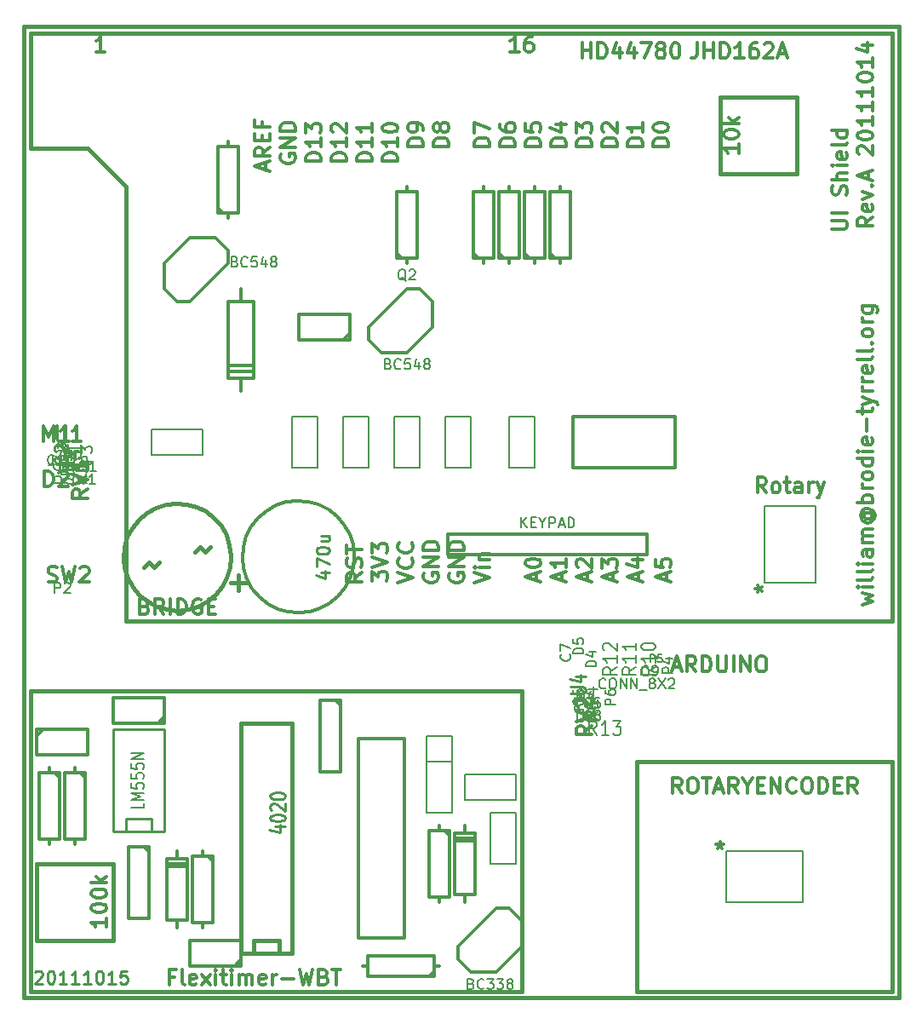
<source format=gto>
G04 (created by PCBNEW-RS274X (2010-04-21 BZR 23xx)-stable) date Sun Nov 13 22:07:47 2011*
G01*
G70*
G90*
%MOIN*%
G04 Gerber Fmt 3.4, Leading zero omitted, Abs format*
%FSLAX34Y34*%
G04 APERTURE LIST*
%ADD10C,0.006000*%
%ADD11C,0.015000*%
%ADD12C,0.012000*%
%ADD13C,0.010000*%
%ADD14C,0.008000*%
%ADD15C,0.011300*%
G04 APERTURE END LIST*
G54D10*
G54D11*
X74250Y-58000D02*
X74250Y-20000D01*
G54D12*
X59386Y-20993D02*
X59043Y-20993D01*
X59215Y-20993D02*
X59215Y-20393D01*
X59158Y-20479D01*
X59100Y-20536D01*
X59043Y-20564D01*
X59900Y-20393D02*
X59786Y-20393D01*
X59729Y-20421D01*
X59700Y-20450D01*
X59643Y-20536D01*
X59614Y-20650D01*
X59614Y-20879D01*
X59643Y-20936D01*
X59671Y-20964D01*
X59729Y-20993D01*
X59843Y-20993D01*
X59900Y-20964D01*
X59929Y-20936D01*
X59957Y-20879D01*
X59957Y-20736D01*
X59929Y-20679D01*
X59900Y-20650D01*
X59843Y-20621D01*
X59729Y-20621D01*
X59671Y-20650D01*
X59643Y-20679D01*
X59614Y-20736D01*
X43172Y-20993D02*
X42829Y-20993D01*
X43001Y-20993D02*
X43001Y-20393D01*
X42944Y-20479D01*
X42886Y-20536D01*
X42829Y-20564D01*
X66358Y-20643D02*
X66358Y-21071D01*
X66330Y-21157D01*
X66273Y-21214D01*
X66187Y-21243D01*
X66130Y-21243D01*
X66644Y-21243D02*
X66644Y-20643D01*
X66644Y-20929D02*
X66987Y-20929D01*
X66987Y-21243D02*
X66987Y-20643D01*
X67273Y-21243D02*
X67273Y-20643D01*
X67416Y-20643D01*
X67501Y-20671D01*
X67559Y-20729D01*
X67587Y-20786D01*
X67616Y-20900D01*
X67616Y-20986D01*
X67587Y-21100D01*
X67559Y-21157D01*
X67501Y-21214D01*
X67416Y-21243D01*
X67273Y-21243D01*
X68187Y-21243D02*
X67844Y-21243D01*
X68016Y-21243D02*
X68016Y-20643D01*
X67959Y-20729D01*
X67901Y-20786D01*
X67844Y-20814D01*
X68701Y-20643D02*
X68587Y-20643D01*
X68530Y-20671D01*
X68501Y-20700D01*
X68444Y-20786D01*
X68415Y-20900D01*
X68415Y-21129D01*
X68444Y-21186D01*
X68472Y-21214D01*
X68530Y-21243D01*
X68644Y-21243D01*
X68701Y-21214D01*
X68730Y-21186D01*
X68758Y-21129D01*
X68758Y-20986D01*
X68730Y-20929D01*
X68701Y-20900D01*
X68644Y-20871D01*
X68530Y-20871D01*
X68472Y-20900D01*
X68444Y-20929D01*
X68415Y-20986D01*
X68986Y-20700D02*
X69015Y-20671D01*
X69072Y-20643D01*
X69215Y-20643D01*
X69272Y-20671D01*
X69301Y-20700D01*
X69329Y-20757D01*
X69329Y-20814D01*
X69301Y-20900D01*
X68958Y-21243D01*
X69329Y-21243D01*
X69557Y-21071D02*
X69843Y-21071D01*
X69500Y-21243D02*
X69700Y-20643D01*
X69900Y-21243D01*
X67251Y-51893D02*
X67251Y-52036D01*
X67108Y-51979D02*
X67251Y-52036D01*
X67393Y-51979D01*
X67165Y-52150D02*
X67251Y-52036D01*
X67336Y-52150D01*
X68643Y-41999D02*
X68786Y-41999D01*
X68729Y-42142D02*
X68786Y-41999D01*
X68729Y-41857D01*
X68900Y-42085D02*
X68786Y-41999D01*
X68900Y-41914D01*
X69058Y-38243D02*
X68858Y-37957D01*
X68715Y-38243D02*
X68715Y-37643D01*
X68943Y-37643D01*
X69001Y-37671D01*
X69029Y-37700D01*
X69058Y-37757D01*
X69058Y-37843D01*
X69029Y-37900D01*
X69001Y-37929D01*
X68943Y-37957D01*
X68715Y-37957D01*
X69401Y-38243D02*
X69343Y-38214D01*
X69315Y-38186D01*
X69286Y-38129D01*
X69286Y-37957D01*
X69315Y-37900D01*
X69343Y-37871D01*
X69401Y-37843D01*
X69486Y-37843D01*
X69543Y-37871D01*
X69572Y-37900D01*
X69601Y-37957D01*
X69601Y-38129D01*
X69572Y-38186D01*
X69543Y-38214D01*
X69486Y-38243D01*
X69401Y-38243D01*
X69772Y-37843D02*
X70001Y-37843D01*
X69858Y-37643D02*
X69858Y-38157D01*
X69886Y-38214D01*
X69944Y-38243D01*
X70001Y-38243D01*
X70458Y-38243D02*
X70458Y-37929D01*
X70429Y-37871D01*
X70372Y-37843D01*
X70258Y-37843D01*
X70201Y-37871D01*
X70458Y-38214D02*
X70401Y-38243D01*
X70258Y-38243D01*
X70201Y-38214D01*
X70172Y-38157D01*
X70172Y-38100D01*
X70201Y-38043D01*
X70258Y-38014D01*
X70401Y-38014D01*
X70458Y-37986D01*
X70744Y-38243D02*
X70744Y-37843D01*
X70744Y-37957D02*
X70772Y-37900D01*
X70801Y-37871D01*
X70858Y-37843D01*
X70915Y-37843D01*
X71058Y-37843D02*
X71201Y-38243D01*
X71343Y-37843D02*
X71201Y-38243D01*
X71143Y-38386D01*
X71115Y-38414D01*
X71058Y-38443D01*
G54D13*
X40441Y-57000D02*
X40465Y-56976D01*
X40513Y-56952D01*
X40632Y-56952D01*
X40679Y-56976D01*
X40703Y-57000D01*
X40727Y-57048D01*
X40727Y-57095D01*
X40703Y-57167D01*
X40417Y-57452D01*
X40727Y-57452D01*
X41036Y-56952D02*
X41084Y-56952D01*
X41132Y-56976D01*
X41155Y-57000D01*
X41179Y-57048D01*
X41203Y-57143D01*
X41203Y-57262D01*
X41179Y-57357D01*
X41155Y-57405D01*
X41132Y-57429D01*
X41084Y-57452D01*
X41036Y-57452D01*
X40989Y-57429D01*
X40965Y-57405D01*
X40941Y-57357D01*
X40917Y-57262D01*
X40917Y-57143D01*
X40941Y-57048D01*
X40965Y-57000D01*
X40989Y-56976D01*
X41036Y-56952D01*
X41679Y-57452D02*
X41393Y-57452D01*
X41536Y-57452D02*
X41536Y-56952D01*
X41488Y-57024D01*
X41441Y-57071D01*
X41393Y-57095D01*
X42155Y-57452D02*
X41869Y-57452D01*
X42012Y-57452D02*
X42012Y-56952D01*
X41964Y-57024D01*
X41917Y-57071D01*
X41869Y-57095D01*
X42631Y-57452D02*
X42345Y-57452D01*
X42488Y-57452D02*
X42488Y-56952D01*
X42440Y-57024D01*
X42393Y-57071D01*
X42345Y-57095D01*
X42940Y-56952D02*
X42988Y-56952D01*
X43036Y-56976D01*
X43059Y-57000D01*
X43083Y-57048D01*
X43107Y-57143D01*
X43107Y-57262D01*
X43083Y-57357D01*
X43059Y-57405D01*
X43036Y-57429D01*
X42988Y-57452D01*
X42940Y-57452D01*
X42893Y-57429D01*
X42869Y-57405D01*
X42845Y-57357D01*
X42821Y-57262D01*
X42821Y-57143D01*
X42845Y-57048D01*
X42869Y-57000D01*
X42893Y-56976D01*
X42940Y-56952D01*
X43583Y-57452D02*
X43297Y-57452D01*
X43440Y-57452D02*
X43440Y-56952D01*
X43392Y-57024D01*
X43345Y-57071D01*
X43297Y-57095D01*
X44035Y-56952D02*
X43797Y-56952D01*
X43773Y-57190D01*
X43797Y-57167D01*
X43845Y-57143D01*
X43964Y-57143D01*
X44011Y-57167D01*
X44035Y-57190D01*
X44059Y-57238D01*
X44059Y-57357D01*
X44035Y-57405D01*
X44011Y-57429D01*
X43964Y-57452D01*
X43845Y-57452D01*
X43797Y-57429D01*
X43773Y-57405D01*
G54D12*
X45886Y-57179D02*
X45686Y-57179D01*
X45686Y-57493D02*
X45686Y-56893D01*
X45972Y-56893D01*
X46286Y-57493D02*
X46228Y-57464D01*
X46200Y-57407D01*
X46200Y-56893D01*
X46742Y-57464D02*
X46685Y-57493D01*
X46571Y-57493D01*
X46514Y-57464D01*
X46485Y-57407D01*
X46485Y-57179D01*
X46514Y-57121D01*
X46571Y-57093D01*
X46685Y-57093D01*
X46742Y-57121D01*
X46771Y-57179D01*
X46771Y-57236D01*
X46485Y-57293D01*
X46971Y-57493D02*
X47285Y-57093D01*
X46971Y-57093D02*
X47285Y-57493D01*
X47514Y-57493D02*
X47514Y-57093D01*
X47514Y-56893D02*
X47485Y-56921D01*
X47514Y-56950D01*
X47542Y-56921D01*
X47514Y-56893D01*
X47514Y-56950D01*
X47714Y-57093D02*
X47943Y-57093D01*
X47800Y-56893D02*
X47800Y-57407D01*
X47828Y-57464D01*
X47886Y-57493D01*
X47943Y-57493D01*
X48143Y-57493D02*
X48143Y-57093D01*
X48143Y-56893D02*
X48114Y-56921D01*
X48143Y-56950D01*
X48171Y-56921D01*
X48143Y-56893D01*
X48143Y-56950D01*
X48429Y-57493D02*
X48429Y-57093D01*
X48429Y-57150D02*
X48457Y-57121D01*
X48515Y-57093D01*
X48600Y-57093D01*
X48657Y-57121D01*
X48686Y-57179D01*
X48686Y-57493D01*
X48686Y-57179D02*
X48715Y-57121D01*
X48772Y-57093D01*
X48857Y-57093D01*
X48915Y-57121D01*
X48943Y-57179D01*
X48943Y-57493D01*
X49457Y-57464D02*
X49400Y-57493D01*
X49286Y-57493D01*
X49229Y-57464D01*
X49200Y-57407D01*
X49200Y-57179D01*
X49229Y-57121D01*
X49286Y-57093D01*
X49400Y-57093D01*
X49457Y-57121D01*
X49486Y-57179D01*
X49486Y-57236D01*
X49200Y-57293D01*
X49743Y-57493D02*
X49743Y-57093D01*
X49743Y-57207D02*
X49771Y-57150D01*
X49800Y-57121D01*
X49857Y-57093D01*
X49914Y-57093D01*
X50114Y-57264D02*
X50571Y-57264D01*
X50800Y-56893D02*
X50943Y-57493D01*
X51057Y-57064D01*
X51171Y-57493D01*
X51314Y-56893D01*
X51743Y-57179D02*
X51829Y-57207D01*
X51857Y-57236D01*
X51886Y-57293D01*
X51886Y-57379D01*
X51857Y-57436D01*
X51829Y-57464D01*
X51771Y-57493D01*
X51543Y-57493D01*
X51543Y-56893D01*
X51743Y-56893D01*
X51800Y-56921D01*
X51829Y-56950D01*
X51857Y-57007D01*
X51857Y-57064D01*
X51829Y-57121D01*
X51800Y-57150D01*
X51743Y-57179D01*
X51543Y-57179D01*
X52057Y-56893D02*
X52400Y-56893D01*
X52229Y-57493D02*
X52229Y-56893D01*
G54D11*
X40250Y-57750D02*
X40250Y-46000D01*
X59500Y-57750D02*
X40250Y-57750D01*
X59500Y-46000D02*
X59500Y-57750D01*
X40250Y-46000D02*
X59500Y-46000D01*
X40000Y-58000D02*
X74250Y-58000D01*
X40000Y-54000D02*
X40000Y-58000D01*
G54D12*
X71643Y-27928D02*
X72129Y-27928D01*
X72186Y-27900D01*
X72214Y-27871D01*
X72243Y-27814D01*
X72243Y-27700D01*
X72214Y-27642D01*
X72186Y-27614D01*
X72129Y-27585D01*
X71643Y-27585D01*
X72243Y-27299D02*
X71643Y-27299D01*
X72214Y-26585D02*
X72243Y-26499D01*
X72243Y-26356D01*
X72214Y-26299D01*
X72186Y-26270D01*
X72129Y-26242D01*
X72071Y-26242D01*
X72014Y-26270D01*
X71986Y-26299D01*
X71957Y-26356D01*
X71929Y-26470D01*
X71900Y-26528D01*
X71871Y-26556D01*
X71814Y-26585D01*
X71757Y-26585D01*
X71700Y-26556D01*
X71671Y-26528D01*
X71643Y-26470D01*
X71643Y-26328D01*
X71671Y-26242D01*
X72243Y-25985D02*
X71643Y-25985D01*
X72243Y-25728D02*
X71929Y-25728D01*
X71871Y-25757D01*
X71843Y-25814D01*
X71843Y-25899D01*
X71871Y-25957D01*
X71900Y-25985D01*
X72243Y-25442D02*
X71843Y-25442D01*
X71643Y-25442D02*
X71671Y-25471D01*
X71700Y-25442D01*
X71671Y-25414D01*
X71643Y-25442D01*
X71700Y-25442D01*
X72214Y-24928D02*
X72243Y-24985D01*
X72243Y-25099D01*
X72214Y-25156D01*
X72157Y-25185D01*
X71929Y-25185D01*
X71871Y-25156D01*
X71843Y-25099D01*
X71843Y-24985D01*
X71871Y-24928D01*
X71929Y-24899D01*
X71986Y-24899D01*
X72043Y-25185D01*
X72243Y-24556D02*
X72214Y-24614D01*
X72157Y-24642D01*
X71643Y-24642D01*
X72243Y-24071D02*
X71643Y-24071D01*
X72214Y-24071D02*
X72243Y-24128D01*
X72243Y-24242D01*
X72214Y-24300D01*
X72186Y-24328D01*
X72129Y-24357D01*
X71957Y-24357D01*
X71900Y-24328D01*
X71871Y-24300D01*
X71843Y-24242D01*
X71843Y-24128D01*
X71871Y-24071D01*
G54D11*
X40000Y-20000D02*
X42250Y-20000D01*
X40250Y-24750D02*
X42500Y-24750D01*
X42500Y-20250D02*
X40250Y-20250D01*
X40000Y-54000D02*
X40000Y-20000D01*
X42250Y-20000D02*
X74250Y-20000D01*
G54D12*
X72843Y-42620D02*
X73243Y-42506D01*
X72957Y-42392D01*
X73243Y-42277D01*
X72843Y-42163D01*
X73243Y-41934D02*
X72843Y-41934D01*
X72643Y-41934D02*
X72671Y-41963D01*
X72700Y-41934D01*
X72671Y-41906D01*
X72643Y-41934D01*
X72700Y-41934D01*
X73243Y-41562D02*
X73214Y-41620D01*
X73157Y-41648D01*
X72643Y-41648D01*
X73243Y-41248D02*
X73214Y-41306D01*
X73157Y-41334D01*
X72643Y-41334D01*
X73243Y-41020D02*
X72843Y-41020D01*
X72643Y-41020D02*
X72671Y-41049D01*
X72700Y-41020D01*
X72671Y-40992D01*
X72643Y-41020D01*
X72700Y-41020D01*
X73243Y-40477D02*
X72929Y-40477D01*
X72871Y-40506D01*
X72843Y-40563D01*
X72843Y-40677D01*
X72871Y-40734D01*
X73214Y-40477D02*
X73243Y-40534D01*
X73243Y-40677D01*
X73214Y-40734D01*
X73157Y-40763D01*
X73100Y-40763D01*
X73043Y-40734D01*
X73014Y-40677D01*
X73014Y-40534D01*
X72986Y-40477D01*
X73243Y-40191D02*
X72843Y-40191D01*
X72900Y-40191D02*
X72871Y-40163D01*
X72843Y-40105D01*
X72843Y-40020D01*
X72871Y-39963D01*
X72929Y-39934D01*
X73243Y-39934D01*
X72929Y-39934D02*
X72871Y-39905D01*
X72843Y-39848D01*
X72843Y-39763D01*
X72871Y-39705D01*
X72929Y-39677D01*
X73243Y-39677D01*
X72957Y-39020D02*
X72929Y-39048D01*
X72900Y-39105D01*
X72900Y-39163D01*
X72929Y-39220D01*
X72957Y-39248D01*
X73014Y-39277D01*
X73071Y-39277D01*
X73129Y-39248D01*
X73157Y-39220D01*
X73186Y-39163D01*
X73186Y-39105D01*
X73157Y-39048D01*
X73129Y-39020D01*
X72900Y-39020D02*
X73129Y-39020D01*
X73157Y-38991D01*
X73157Y-38963D01*
X73129Y-38905D01*
X73071Y-38877D01*
X72929Y-38877D01*
X72843Y-38934D01*
X72786Y-39020D01*
X72757Y-39134D01*
X72786Y-39248D01*
X72843Y-39334D01*
X72929Y-39391D01*
X73043Y-39420D01*
X73157Y-39391D01*
X73243Y-39334D01*
X73300Y-39248D01*
X73329Y-39134D01*
X73300Y-39020D01*
X73243Y-38934D01*
X73243Y-38620D02*
X72643Y-38620D01*
X72871Y-38620D02*
X72843Y-38563D01*
X72843Y-38449D01*
X72871Y-38392D01*
X72900Y-38363D01*
X72957Y-38334D01*
X73129Y-38334D01*
X73186Y-38363D01*
X73214Y-38392D01*
X73243Y-38449D01*
X73243Y-38563D01*
X73214Y-38620D01*
X73243Y-38077D02*
X72843Y-38077D01*
X72957Y-38077D02*
X72900Y-38049D01*
X72871Y-38020D01*
X72843Y-37963D01*
X72843Y-37906D01*
X73243Y-37620D02*
X73214Y-37678D01*
X73186Y-37706D01*
X73129Y-37735D01*
X72957Y-37735D01*
X72900Y-37706D01*
X72871Y-37678D01*
X72843Y-37620D01*
X72843Y-37535D01*
X72871Y-37478D01*
X72900Y-37449D01*
X72957Y-37420D01*
X73129Y-37420D01*
X73186Y-37449D01*
X73214Y-37478D01*
X73243Y-37535D01*
X73243Y-37620D01*
X73243Y-36906D02*
X72643Y-36906D01*
X73214Y-36906D02*
X73243Y-36963D01*
X73243Y-37077D01*
X73214Y-37135D01*
X73186Y-37163D01*
X73129Y-37192D01*
X72957Y-37192D01*
X72900Y-37163D01*
X72871Y-37135D01*
X72843Y-37077D01*
X72843Y-36963D01*
X72871Y-36906D01*
X73243Y-36620D02*
X72843Y-36620D01*
X72643Y-36620D02*
X72671Y-36649D01*
X72700Y-36620D01*
X72671Y-36592D01*
X72643Y-36620D01*
X72700Y-36620D01*
X73214Y-36106D02*
X73243Y-36163D01*
X73243Y-36277D01*
X73214Y-36334D01*
X73157Y-36363D01*
X72929Y-36363D01*
X72871Y-36334D01*
X72843Y-36277D01*
X72843Y-36163D01*
X72871Y-36106D01*
X72929Y-36077D01*
X72986Y-36077D01*
X73043Y-36363D01*
X73014Y-35820D02*
X73014Y-35363D01*
X72843Y-35163D02*
X72843Y-34934D01*
X72643Y-35077D02*
X73157Y-35077D01*
X73214Y-35049D01*
X73243Y-34991D01*
X73243Y-34934D01*
X72843Y-34791D02*
X73243Y-34648D01*
X72843Y-34506D02*
X73243Y-34648D01*
X73386Y-34706D01*
X73414Y-34734D01*
X73443Y-34791D01*
X73243Y-34277D02*
X72843Y-34277D01*
X72957Y-34277D02*
X72900Y-34249D01*
X72871Y-34220D01*
X72843Y-34163D01*
X72843Y-34106D01*
X73243Y-33906D02*
X72843Y-33906D01*
X72957Y-33906D02*
X72900Y-33878D01*
X72871Y-33849D01*
X72843Y-33792D01*
X72843Y-33735D01*
X73214Y-33307D02*
X73243Y-33364D01*
X73243Y-33478D01*
X73214Y-33535D01*
X73157Y-33564D01*
X72929Y-33564D01*
X72871Y-33535D01*
X72843Y-33478D01*
X72843Y-33364D01*
X72871Y-33307D01*
X72929Y-33278D01*
X72986Y-33278D01*
X73043Y-33564D01*
X73243Y-32935D02*
X73214Y-32993D01*
X73157Y-33021D01*
X72643Y-33021D01*
X73243Y-32621D02*
X73214Y-32679D01*
X73157Y-32707D01*
X72643Y-32707D01*
X73186Y-32393D02*
X73214Y-32365D01*
X73243Y-32393D01*
X73214Y-32422D01*
X73186Y-32393D01*
X73243Y-32393D01*
X73243Y-32021D02*
X73214Y-32079D01*
X73186Y-32107D01*
X73129Y-32136D01*
X72957Y-32136D01*
X72900Y-32107D01*
X72871Y-32079D01*
X72843Y-32021D01*
X72843Y-31936D01*
X72871Y-31879D01*
X72900Y-31850D01*
X72957Y-31821D01*
X73129Y-31821D01*
X73186Y-31850D01*
X73214Y-31879D01*
X73243Y-31936D01*
X73243Y-32021D01*
X73243Y-31564D02*
X72843Y-31564D01*
X72957Y-31564D02*
X72900Y-31536D01*
X72871Y-31507D01*
X72843Y-31450D01*
X72843Y-31393D01*
X72843Y-30936D02*
X73329Y-30936D01*
X73386Y-30965D01*
X73414Y-30993D01*
X73443Y-31050D01*
X73443Y-31136D01*
X73414Y-31193D01*
X73214Y-30936D02*
X73243Y-30993D01*
X73243Y-31107D01*
X73214Y-31165D01*
X73186Y-31193D01*
X73129Y-31222D01*
X72957Y-31222D01*
X72900Y-31193D01*
X72871Y-31165D01*
X72843Y-31107D01*
X72843Y-30993D01*
X72871Y-30936D01*
X73243Y-27462D02*
X72957Y-27662D01*
X73243Y-27805D02*
X72643Y-27805D01*
X72643Y-27577D01*
X72671Y-27519D01*
X72700Y-27491D01*
X72757Y-27462D01*
X72843Y-27462D01*
X72900Y-27491D01*
X72929Y-27519D01*
X72957Y-27577D01*
X72957Y-27805D01*
X73214Y-26977D02*
X73243Y-27034D01*
X73243Y-27148D01*
X73214Y-27205D01*
X73157Y-27234D01*
X72929Y-27234D01*
X72871Y-27205D01*
X72843Y-27148D01*
X72843Y-27034D01*
X72871Y-26977D01*
X72929Y-26948D01*
X72986Y-26948D01*
X73043Y-27234D01*
X72843Y-26748D02*
X73243Y-26605D01*
X72843Y-26463D01*
X73186Y-26234D02*
X73214Y-26206D01*
X73243Y-26234D01*
X73214Y-26263D01*
X73186Y-26234D01*
X73243Y-26234D01*
X73071Y-25977D02*
X73071Y-25691D01*
X73243Y-26034D02*
X72643Y-25834D01*
X73243Y-25634D01*
X72700Y-25006D02*
X72671Y-24977D01*
X72643Y-24920D01*
X72643Y-24777D01*
X72671Y-24720D01*
X72700Y-24691D01*
X72757Y-24663D01*
X72814Y-24663D01*
X72900Y-24691D01*
X73243Y-25034D01*
X73243Y-24663D01*
X72643Y-24292D02*
X72643Y-24235D01*
X72671Y-24178D01*
X72700Y-24149D01*
X72757Y-24120D01*
X72871Y-24092D01*
X73014Y-24092D01*
X73129Y-24120D01*
X73186Y-24149D01*
X73214Y-24178D01*
X73243Y-24235D01*
X73243Y-24292D01*
X73214Y-24349D01*
X73186Y-24378D01*
X73129Y-24406D01*
X73014Y-24435D01*
X72871Y-24435D01*
X72757Y-24406D01*
X72700Y-24378D01*
X72671Y-24349D01*
X72643Y-24292D01*
X73243Y-23521D02*
X73243Y-23864D01*
X73243Y-23692D02*
X72643Y-23692D01*
X72729Y-23749D01*
X72786Y-23807D01*
X72814Y-23864D01*
X73243Y-22950D02*
X73243Y-23293D01*
X73243Y-23121D02*
X72643Y-23121D01*
X72729Y-23178D01*
X72786Y-23236D01*
X72814Y-23293D01*
X73243Y-22379D02*
X73243Y-22722D01*
X73243Y-22550D02*
X72643Y-22550D01*
X72729Y-22607D01*
X72786Y-22665D01*
X72814Y-22722D01*
X72643Y-22008D02*
X72643Y-21951D01*
X72671Y-21894D01*
X72700Y-21865D01*
X72757Y-21836D01*
X72871Y-21808D01*
X73014Y-21808D01*
X73129Y-21836D01*
X73186Y-21865D01*
X73214Y-21894D01*
X73243Y-21951D01*
X73243Y-22008D01*
X73214Y-22065D01*
X73186Y-22094D01*
X73129Y-22122D01*
X73014Y-22151D01*
X72871Y-22151D01*
X72757Y-22122D01*
X72700Y-22094D01*
X72671Y-22065D01*
X72643Y-22008D01*
X73243Y-21237D02*
X73243Y-21580D01*
X73243Y-21408D02*
X72643Y-21408D01*
X72729Y-21465D01*
X72786Y-21523D01*
X72814Y-21580D01*
X72843Y-20723D02*
X73243Y-20723D01*
X72614Y-20866D02*
X73043Y-21009D01*
X73043Y-20637D01*
G54D11*
X64000Y-48750D02*
X74000Y-48750D01*
X64000Y-57750D02*
X64000Y-48750D01*
X74000Y-57750D02*
X64000Y-57750D01*
X74000Y-48750D02*
X74000Y-57750D01*
X74000Y-20250D02*
X42500Y-20250D01*
X74000Y-43250D02*
X44000Y-43250D01*
X74000Y-43250D02*
X74000Y-20250D01*
X40250Y-20250D02*
X40250Y-24750D01*
X44000Y-26250D02*
X44000Y-43250D01*
X42500Y-24750D02*
X44000Y-26250D01*
G54D12*
X49000Y-30750D02*
X49000Y-33750D01*
X49000Y-33750D02*
X48000Y-33750D01*
X48000Y-33750D02*
X48000Y-30750D01*
X48000Y-30750D02*
X49000Y-30750D01*
X49000Y-33500D02*
X48000Y-33500D01*
X48000Y-33250D02*
X49000Y-33250D01*
X48500Y-30750D02*
X48500Y-30250D01*
X48500Y-33750D02*
X48500Y-34250D01*
G54D10*
X57500Y-37250D02*
X56500Y-37250D01*
X56500Y-37250D02*
X56500Y-35250D01*
X56500Y-35250D02*
X57500Y-35250D01*
X57500Y-35250D02*
X57500Y-37250D01*
X53500Y-37250D02*
X52500Y-37250D01*
X52500Y-37250D02*
X52500Y-35250D01*
X52500Y-35250D02*
X53500Y-35250D01*
X53500Y-35250D02*
X53500Y-37250D01*
X51500Y-37250D02*
X50500Y-37250D01*
X50500Y-37250D02*
X50500Y-35250D01*
X50500Y-35250D02*
X51500Y-35250D01*
X51500Y-35250D02*
X51500Y-37250D01*
X55500Y-37250D02*
X54500Y-37250D01*
X54500Y-37250D02*
X54500Y-35250D01*
X54500Y-35250D02*
X55500Y-35250D01*
X55500Y-35250D02*
X55500Y-37250D01*
G54D12*
X65500Y-37250D02*
X61500Y-37250D01*
X61500Y-37250D02*
X61500Y-35250D01*
X61500Y-35250D02*
X65500Y-35250D01*
X65500Y-35250D02*
X65500Y-37250D01*
X55000Y-29250D02*
X55000Y-29050D01*
X55000Y-26250D02*
X55000Y-26450D01*
X55000Y-26450D02*
X54600Y-26450D01*
X54600Y-26450D02*
X54600Y-29050D01*
X54600Y-29050D02*
X55400Y-29050D01*
X55400Y-29050D02*
X55400Y-26450D01*
X55400Y-26450D02*
X55000Y-26450D01*
X54800Y-29050D02*
X54600Y-28850D01*
X48000Y-27500D02*
X48000Y-27300D01*
X48000Y-24500D02*
X48000Y-24700D01*
X48000Y-24700D02*
X47600Y-24700D01*
X47600Y-24700D02*
X47600Y-27300D01*
X47600Y-27300D02*
X48400Y-27300D01*
X48400Y-27300D02*
X48400Y-24700D01*
X48400Y-24700D02*
X48000Y-24700D01*
X47800Y-27300D02*
X47600Y-27100D01*
X58000Y-29250D02*
X58000Y-29050D01*
X58000Y-26250D02*
X58000Y-26450D01*
X58000Y-26450D02*
X57600Y-26450D01*
X57600Y-26450D02*
X57600Y-29050D01*
X57600Y-29050D02*
X58400Y-29050D01*
X58400Y-29050D02*
X58400Y-26450D01*
X58400Y-26450D02*
X58000Y-26450D01*
X57800Y-29050D02*
X57600Y-28850D01*
X59000Y-29250D02*
X59000Y-29050D01*
X59000Y-26250D02*
X59000Y-26450D01*
X59000Y-26450D02*
X58600Y-26450D01*
X58600Y-26450D02*
X58600Y-29050D01*
X58600Y-29050D02*
X59400Y-29050D01*
X59400Y-29050D02*
X59400Y-26450D01*
X59400Y-26450D02*
X59000Y-26450D01*
X58800Y-29050D02*
X58600Y-28850D01*
X60000Y-29250D02*
X60000Y-29050D01*
X60000Y-26250D02*
X60000Y-26450D01*
X60000Y-26450D02*
X59600Y-26450D01*
X59600Y-26450D02*
X59600Y-29050D01*
X59600Y-29050D02*
X60400Y-29050D01*
X60400Y-29050D02*
X60400Y-26450D01*
X60400Y-26450D02*
X60000Y-26450D01*
X59800Y-29050D02*
X59600Y-28850D01*
X61000Y-29250D02*
X61000Y-29050D01*
X61000Y-26250D02*
X61000Y-26450D01*
X61000Y-26450D02*
X60600Y-26450D01*
X60600Y-26450D02*
X60600Y-29050D01*
X60600Y-29050D02*
X61400Y-29050D01*
X61400Y-29050D02*
X61400Y-26450D01*
X61400Y-26450D02*
X61000Y-26450D01*
X60800Y-29050D02*
X60600Y-28850D01*
X55000Y-30250D02*
X53500Y-31750D01*
X53500Y-31750D02*
X53500Y-32250D01*
X53500Y-32250D02*
X54000Y-32750D01*
X54000Y-32750D02*
X55000Y-32750D01*
X55000Y-32750D02*
X56000Y-31750D01*
X56000Y-31750D02*
X56000Y-30750D01*
X56000Y-30750D02*
X55500Y-30250D01*
X55500Y-30250D02*
X55000Y-30250D01*
X46500Y-30750D02*
X48000Y-29250D01*
X48000Y-29250D02*
X48000Y-28750D01*
X48000Y-28750D02*
X47500Y-28250D01*
X47500Y-28250D02*
X46500Y-28250D01*
X46500Y-28250D02*
X45500Y-29250D01*
X45500Y-29250D02*
X45500Y-30250D01*
X45500Y-30250D02*
X46000Y-30750D01*
X46000Y-30750D02*
X46500Y-30750D01*
X52730Y-32250D02*
X50750Y-32250D01*
X50750Y-32250D02*
X50750Y-31250D01*
X50750Y-31250D02*
X52750Y-31250D01*
X52750Y-31250D02*
X52750Y-32250D01*
X52750Y-32000D02*
X52500Y-32250D01*
G54D10*
X45000Y-36750D02*
X45000Y-35750D01*
X45000Y-35750D02*
X47000Y-35750D01*
X47000Y-35750D02*
X47000Y-36750D01*
X47000Y-36750D02*
X45000Y-36750D01*
G54D12*
X52945Y-40750D02*
X52903Y-41176D01*
X52779Y-41586D01*
X52578Y-41964D01*
X52307Y-42296D01*
X51977Y-42569D01*
X51600Y-42773D01*
X51191Y-42900D01*
X50765Y-42944D01*
X50339Y-42906D01*
X49928Y-42785D01*
X49549Y-42586D01*
X49215Y-42318D01*
X48939Y-41990D01*
X48733Y-41614D01*
X48603Y-41206D01*
X48556Y-40780D01*
X48592Y-40354D01*
X48710Y-39942D01*
X48905Y-39561D01*
X49172Y-39226D01*
X49498Y-38948D01*
X49872Y-38739D01*
X50279Y-38607D01*
X50705Y-38556D01*
X51131Y-38589D01*
X51543Y-38704D01*
X51926Y-38897D01*
X52263Y-39161D01*
X52543Y-39485D01*
X52755Y-39858D01*
X52890Y-40264D01*
X52944Y-40689D01*
X52945Y-40750D01*
G54D14*
X71000Y-38750D02*
X71000Y-41750D01*
X69000Y-41750D02*
X69000Y-38750D01*
X69000Y-38750D02*
X71000Y-38750D01*
X71000Y-41750D02*
X69000Y-41750D01*
X70500Y-54250D02*
X67500Y-54250D01*
X67500Y-52250D02*
X70500Y-52250D01*
X70500Y-52250D02*
X70500Y-54250D01*
X67500Y-54250D02*
X67500Y-52250D01*
G54D11*
X48100Y-40750D02*
X48060Y-41157D01*
X47941Y-41550D01*
X47749Y-41912D01*
X47490Y-42229D01*
X47174Y-42490D01*
X46813Y-42685D01*
X46422Y-42807D01*
X46014Y-42849D01*
X45607Y-42812D01*
X45214Y-42697D01*
X44851Y-42507D01*
X44531Y-42250D01*
X44268Y-41936D01*
X44070Y-41577D01*
X43946Y-41186D01*
X43901Y-40779D01*
X43935Y-40371D01*
X44048Y-39977D01*
X44235Y-39613D01*
X44490Y-39292D01*
X44802Y-39026D01*
X45160Y-38826D01*
X45550Y-38699D01*
X45957Y-38651D01*
X46364Y-38682D01*
X46759Y-38793D01*
X47125Y-38977D01*
X47448Y-39230D01*
X47716Y-39540D01*
X47918Y-39896D01*
X48047Y-40285D01*
X48099Y-40692D01*
X48100Y-40750D01*
X45100Y-41150D02*
X45300Y-40950D01*
X44900Y-40950D02*
X45100Y-41150D01*
X44700Y-41150D02*
X44900Y-40950D01*
X46700Y-40550D02*
X46900Y-40350D01*
X46900Y-40350D02*
X47100Y-40550D01*
X47100Y-40550D02*
X47300Y-40350D01*
X48100Y-41750D02*
X48700Y-41750D01*
X48400Y-42050D02*
X48400Y-41450D01*
X48400Y-41450D02*
X48400Y-41550D01*
G54D12*
X56600Y-39850D02*
X56600Y-40650D01*
X56600Y-40650D02*
X64400Y-40650D01*
X64400Y-40650D02*
X64400Y-39850D01*
X56600Y-39850D02*
X64400Y-39850D01*
G54D11*
X70250Y-22750D02*
X70250Y-25750D01*
X70250Y-25750D02*
X67250Y-25750D01*
X67250Y-25750D02*
X67250Y-22750D01*
X67250Y-22750D02*
X70250Y-22750D01*
G54D10*
X59000Y-35250D02*
X60000Y-35250D01*
X60000Y-35250D02*
X60000Y-37250D01*
X60000Y-37250D02*
X59000Y-37250D01*
X59000Y-37250D02*
X59000Y-35250D01*
G54D12*
X40520Y-47500D02*
X42500Y-47500D01*
X42500Y-47500D02*
X42500Y-48500D01*
X42500Y-48500D02*
X40500Y-48500D01*
X40500Y-48500D02*
X40500Y-47500D01*
X40500Y-47750D02*
X40750Y-47500D01*
X52400Y-46350D02*
X52400Y-49150D01*
X52400Y-49150D02*
X51600Y-49150D01*
X51600Y-49150D02*
X51600Y-46350D01*
X51600Y-46350D02*
X52400Y-46350D01*
X52200Y-46350D02*
X52400Y-46550D01*
X44900Y-52100D02*
X44900Y-54900D01*
X44900Y-54900D02*
X44100Y-54900D01*
X44100Y-54900D02*
X44100Y-52100D01*
X44100Y-52100D02*
X44900Y-52100D01*
X44700Y-52100D02*
X44900Y-52300D01*
X57250Y-51250D02*
X57250Y-51550D01*
X57250Y-51550D02*
X56850Y-51550D01*
X56850Y-51550D02*
X56850Y-53950D01*
X56850Y-53950D02*
X57250Y-53950D01*
X57250Y-53950D02*
X57250Y-54250D01*
X57250Y-53950D02*
X57650Y-53950D01*
X57650Y-53950D02*
X57650Y-51550D01*
X57650Y-51550D02*
X57250Y-51550D01*
X56850Y-51750D02*
X57650Y-51750D01*
X57650Y-51850D02*
X56850Y-51850D01*
X46000Y-52250D02*
X46000Y-52550D01*
X46000Y-52550D02*
X45600Y-52550D01*
X45600Y-52550D02*
X45600Y-54950D01*
X45600Y-54950D02*
X46000Y-54950D01*
X46000Y-54950D02*
X46000Y-55250D01*
X46000Y-54950D02*
X46400Y-54950D01*
X46400Y-54950D02*
X46400Y-52550D01*
X46400Y-52550D02*
X46000Y-52550D01*
X45600Y-52750D02*
X46400Y-52750D01*
X46400Y-52850D02*
X45600Y-52850D01*
G54D11*
X49000Y-56250D02*
X49000Y-56250D01*
X49000Y-56250D02*
X49000Y-55750D01*
X49000Y-55750D02*
X50000Y-55750D01*
X50000Y-55750D02*
X50000Y-56250D01*
X48500Y-56250D02*
X48500Y-47250D01*
X48500Y-47250D02*
X50500Y-47250D01*
X50500Y-47250D02*
X50500Y-56250D01*
X50500Y-56250D02*
X48500Y-56250D01*
G54D13*
X44000Y-51500D02*
X44000Y-51000D01*
X44000Y-51000D02*
X45000Y-51000D01*
X45000Y-51000D02*
X45000Y-51500D01*
X43500Y-51500D02*
X43500Y-47500D01*
X43500Y-47500D02*
X45500Y-47500D01*
X45500Y-47500D02*
X45500Y-51500D01*
X45500Y-51500D02*
X43500Y-51500D01*
G54D10*
X58250Y-50750D02*
X59250Y-50750D01*
X59250Y-50750D02*
X59250Y-52750D01*
X59250Y-52750D02*
X58250Y-52750D01*
X58250Y-52750D02*
X58250Y-50750D01*
G54D12*
X53100Y-47850D02*
X54900Y-47850D01*
X54900Y-47850D02*
X54900Y-55650D01*
X54900Y-55650D02*
X53100Y-55650D01*
X53100Y-55650D02*
X53100Y-47850D01*
G54D11*
X40500Y-55750D02*
X40500Y-52750D01*
X40500Y-52750D02*
X43500Y-52750D01*
X43500Y-52750D02*
X43500Y-55750D01*
X43500Y-55750D02*
X40500Y-55750D01*
G54D12*
X47000Y-52250D02*
X47000Y-52450D01*
X47000Y-55250D02*
X47000Y-55050D01*
X47000Y-55050D02*
X47400Y-55050D01*
X47400Y-55050D02*
X47400Y-52450D01*
X47400Y-52450D02*
X46600Y-52450D01*
X46600Y-52450D02*
X46600Y-55050D01*
X46600Y-55050D02*
X47000Y-55050D01*
X47200Y-52450D02*
X47400Y-52650D01*
X56250Y-56750D02*
X56050Y-56750D01*
X53250Y-56750D02*
X53450Y-56750D01*
X53450Y-56750D02*
X53450Y-57150D01*
X53450Y-57150D02*
X56050Y-57150D01*
X56050Y-57150D02*
X56050Y-56350D01*
X56050Y-56350D02*
X53450Y-56350D01*
X53450Y-56350D02*
X53450Y-56750D01*
X56050Y-56950D02*
X55850Y-57150D01*
X56250Y-51250D02*
X56250Y-51450D01*
X56250Y-54250D02*
X56250Y-54050D01*
X56250Y-54050D02*
X56650Y-54050D01*
X56650Y-54050D02*
X56650Y-51450D01*
X56650Y-51450D02*
X55850Y-51450D01*
X55850Y-51450D02*
X55850Y-54050D01*
X55850Y-54050D02*
X56250Y-54050D01*
X56450Y-51450D02*
X56650Y-51650D01*
X42000Y-49000D02*
X42000Y-49200D01*
X42000Y-52000D02*
X42000Y-51800D01*
X42000Y-51800D02*
X42400Y-51800D01*
X42400Y-51800D02*
X42400Y-49200D01*
X42400Y-49200D02*
X41600Y-49200D01*
X41600Y-49200D02*
X41600Y-51800D01*
X41600Y-51800D02*
X42000Y-51800D01*
X42200Y-49200D02*
X42400Y-49400D01*
X41000Y-49000D02*
X41000Y-49200D01*
X41000Y-52000D02*
X41000Y-51800D01*
X41000Y-51800D02*
X41400Y-51800D01*
X41400Y-51800D02*
X41400Y-49200D01*
X41400Y-49200D02*
X40600Y-49200D01*
X40600Y-49200D02*
X40600Y-51800D01*
X40600Y-51800D02*
X41000Y-51800D01*
X41200Y-49200D02*
X41400Y-49400D01*
X58500Y-54500D02*
X57000Y-56000D01*
X57000Y-56000D02*
X57000Y-56500D01*
X57000Y-56500D02*
X57500Y-57000D01*
X57500Y-57000D02*
X58500Y-57000D01*
X58500Y-57000D02*
X59500Y-56000D01*
X59500Y-56000D02*
X59500Y-55000D01*
X59500Y-55000D02*
X59000Y-54500D01*
X59000Y-54500D02*
X58500Y-54500D01*
G54D10*
X57250Y-50250D02*
X57250Y-49250D01*
X57250Y-49250D02*
X59250Y-49250D01*
X59250Y-49250D02*
X59250Y-50250D01*
X59250Y-50250D02*
X57250Y-50250D01*
X55750Y-47750D02*
X56750Y-47750D01*
X56750Y-47750D02*
X56750Y-50750D01*
X56750Y-50750D02*
X55750Y-50750D01*
X55750Y-50750D02*
X55750Y-47750D01*
X56750Y-48750D02*
X55750Y-48750D01*
G54D12*
X48480Y-56750D02*
X46500Y-56750D01*
X46500Y-56750D02*
X46500Y-55750D01*
X46500Y-55750D02*
X48500Y-55750D01*
X48500Y-55750D02*
X48500Y-56750D01*
X48500Y-56500D02*
X48250Y-56750D01*
X45480Y-47250D02*
X43500Y-47250D01*
X43500Y-47250D02*
X43500Y-46250D01*
X43500Y-46250D02*
X45500Y-46250D01*
X45500Y-46250D02*
X45500Y-47250D01*
X45500Y-47000D02*
X45250Y-47250D01*
G54D14*
X41952Y-37545D02*
X41452Y-37545D01*
X41452Y-37450D01*
X41476Y-37392D01*
X41524Y-37354D01*
X41571Y-37335D01*
X41667Y-37316D01*
X41738Y-37316D01*
X41833Y-37335D01*
X41881Y-37354D01*
X41929Y-37392D01*
X41952Y-37450D01*
X41952Y-37545D01*
X41952Y-36935D02*
X41952Y-37164D01*
X41952Y-37050D02*
X41452Y-37050D01*
X41524Y-37088D01*
X41571Y-37126D01*
X41595Y-37164D01*
G54D10*
X41571Y-37100D02*
X41786Y-37100D01*
X41829Y-37114D01*
X41857Y-37143D01*
X41871Y-37186D01*
X41871Y-37214D01*
X41571Y-36814D02*
X41571Y-36957D01*
X41714Y-36971D01*
X41700Y-36957D01*
X41686Y-36928D01*
X41686Y-36857D01*
X41700Y-36828D01*
X41714Y-36814D01*
X41743Y-36799D01*
X41814Y-36799D01*
X41843Y-36814D01*
X41857Y-36828D01*
X41871Y-36857D01*
X41871Y-36928D01*
X41857Y-36957D01*
X41843Y-36971D01*
X41321Y-36600D02*
X41536Y-36600D01*
X41579Y-36614D01*
X41607Y-36643D01*
X41621Y-36686D01*
X41621Y-36714D01*
X41421Y-36328D02*
X41621Y-36328D01*
X41307Y-36399D02*
X41521Y-36471D01*
X41521Y-36285D01*
X41321Y-36600D02*
X41536Y-36600D01*
X41579Y-36614D01*
X41607Y-36643D01*
X41621Y-36686D01*
X41621Y-36714D01*
X41321Y-36485D02*
X41321Y-36299D01*
X41436Y-36399D01*
X41436Y-36357D01*
X41450Y-36328D01*
X41464Y-36314D01*
X41493Y-36299D01*
X41564Y-36299D01*
X41593Y-36314D01*
X41607Y-36328D01*
X41621Y-36357D01*
X41621Y-36442D01*
X41607Y-36471D01*
X41593Y-36485D01*
X41571Y-36850D02*
X41786Y-36850D01*
X41829Y-36864D01*
X41857Y-36893D01*
X41871Y-36936D01*
X41871Y-36964D01*
X41600Y-36721D02*
X41586Y-36707D01*
X41571Y-36678D01*
X41571Y-36607D01*
X41586Y-36578D01*
X41600Y-36564D01*
X41629Y-36549D01*
X41657Y-36549D01*
X41700Y-36564D01*
X41871Y-36735D01*
X41871Y-36549D01*
G54D14*
X41117Y-36762D02*
X41117Y-37048D01*
X41097Y-37105D01*
X41059Y-37143D01*
X41002Y-37162D01*
X40964Y-37162D01*
X41517Y-37162D02*
X41288Y-37162D01*
X41402Y-37162D02*
X41402Y-36762D01*
X41364Y-36819D01*
X41326Y-36857D01*
X41288Y-36876D01*
X41723Y-37583D02*
X41461Y-37750D01*
X41723Y-37869D02*
X41173Y-37869D01*
X41173Y-37678D01*
X41199Y-37631D01*
X41225Y-37607D01*
X41277Y-37583D01*
X41356Y-37583D01*
X41408Y-37607D01*
X41435Y-37631D01*
X41461Y-37678D01*
X41461Y-37869D01*
X41173Y-37155D02*
X41173Y-37250D01*
X41199Y-37298D01*
X41225Y-37321D01*
X41304Y-37369D01*
X41408Y-37393D01*
X41618Y-37393D01*
X41670Y-37369D01*
X41696Y-37345D01*
X41723Y-37298D01*
X41723Y-37202D01*
X41696Y-37155D01*
X41670Y-37131D01*
X41618Y-37107D01*
X41487Y-37107D01*
X41435Y-37131D01*
X41408Y-37155D01*
X41382Y-37202D01*
X41382Y-37298D01*
X41408Y-37345D01*
X41435Y-37369D01*
X41487Y-37393D01*
X42473Y-37583D02*
X42211Y-37750D01*
X42473Y-37869D02*
X41923Y-37869D01*
X41923Y-37678D01*
X41949Y-37631D01*
X41975Y-37607D01*
X42027Y-37583D01*
X42106Y-37583D01*
X42158Y-37607D01*
X42185Y-37631D01*
X42211Y-37678D01*
X42211Y-37869D01*
X41923Y-37131D02*
X41923Y-37369D01*
X42185Y-37393D01*
X42158Y-37369D01*
X42132Y-37321D01*
X42132Y-37202D01*
X42158Y-37155D01*
X42185Y-37131D01*
X42237Y-37107D01*
X42368Y-37107D01*
X42420Y-37131D01*
X42446Y-37155D01*
X42473Y-37202D01*
X42473Y-37321D01*
X42446Y-37369D01*
X42420Y-37393D01*
X42223Y-37083D02*
X41961Y-37250D01*
X42223Y-37369D02*
X41673Y-37369D01*
X41673Y-37178D01*
X41699Y-37131D01*
X41725Y-37107D01*
X41777Y-37083D01*
X41856Y-37083D01*
X41908Y-37107D01*
X41935Y-37131D01*
X41961Y-37178D01*
X41961Y-37369D01*
X41856Y-36655D02*
X42223Y-36655D01*
X41646Y-36774D02*
X42039Y-36893D01*
X42039Y-36583D01*
X42223Y-37083D02*
X41961Y-37250D01*
X42223Y-37369D02*
X41673Y-37369D01*
X41673Y-37178D01*
X41699Y-37131D01*
X41725Y-37107D01*
X41777Y-37083D01*
X41856Y-37083D01*
X41908Y-37107D01*
X41935Y-37131D01*
X41961Y-37178D01*
X41961Y-37369D01*
X41673Y-36917D02*
X41673Y-36607D01*
X41882Y-36774D01*
X41882Y-36702D01*
X41908Y-36655D01*
X41935Y-36631D01*
X41987Y-36607D01*
X42118Y-36607D01*
X42170Y-36631D01*
X42196Y-36655D01*
X42223Y-36702D01*
X42223Y-36845D01*
X42196Y-36893D01*
X42170Y-36917D01*
X41973Y-37083D02*
X41711Y-37250D01*
X41973Y-37369D02*
X41423Y-37369D01*
X41423Y-37178D01*
X41449Y-37131D01*
X41475Y-37107D01*
X41527Y-37083D01*
X41606Y-37083D01*
X41658Y-37107D01*
X41685Y-37131D01*
X41711Y-37178D01*
X41711Y-37369D01*
X41475Y-36893D02*
X41449Y-36869D01*
X41423Y-36821D01*
X41423Y-36702D01*
X41449Y-36655D01*
X41475Y-36631D01*
X41527Y-36607D01*
X41580Y-36607D01*
X41658Y-36631D01*
X41973Y-36917D01*
X41973Y-36607D01*
X42223Y-36833D02*
X41961Y-37000D01*
X42223Y-37119D02*
X41673Y-37119D01*
X41673Y-36928D01*
X41699Y-36881D01*
X41725Y-36857D01*
X41777Y-36833D01*
X41856Y-36833D01*
X41908Y-36857D01*
X41935Y-36881D01*
X41961Y-36928D01*
X41961Y-37119D01*
X42223Y-36357D02*
X42223Y-36643D01*
X42223Y-36500D02*
X41673Y-36500D01*
X41751Y-36548D01*
X41804Y-36595D01*
X41830Y-36643D01*
X54962Y-29950D02*
X54924Y-29931D01*
X54886Y-29893D01*
X54829Y-29836D01*
X54790Y-29817D01*
X54752Y-29817D01*
X54771Y-29912D02*
X54733Y-29893D01*
X54695Y-29855D01*
X54676Y-29779D01*
X54676Y-29645D01*
X54695Y-29569D01*
X54733Y-29531D01*
X54771Y-29512D01*
X54848Y-29512D01*
X54886Y-29531D01*
X54924Y-29569D01*
X54943Y-29645D01*
X54943Y-29779D01*
X54924Y-29855D01*
X54886Y-29893D01*
X54848Y-29912D01*
X54771Y-29912D01*
X55095Y-29550D02*
X55114Y-29531D01*
X55152Y-29512D01*
X55248Y-29512D01*
X55286Y-29531D01*
X55305Y-29550D01*
X55324Y-29588D01*
X55324Y-29626D01*
X55305Y-29683D01*
X55076Y-29912D01*
X55324Y-29912D01*
X54258Y-33202D02*
X54315Y-33221D01*
X54334Y-33240D01*
X54353Y-33279D01*
X54353Y-33336D01*
X54334Y-33374D01*
X54315Y-33393D01*
X54277Y-33412D01*
X54124Y-33412D01*
X54124Y-33012D01*
X54258Y-33012D01*
X54296Y-33031D01*
X54315Y-33050D01*
X54334Y-33088D01*
X54334Y-33126D01*
X54315Y-33164D01*
X54296Y-33183D01*
X54258Y-33202D01*
X54124Y-33202D01*
X54753Y-33374D02*
X54734Y-33393D01*
X54677Y-33412D01*
X54639Y-33412D01*
X54581Y-33393D01*
X54543Y-33355D01*
X54524Y-33317D01*
X54505Y-33240D01*
X54505Y-33183D01*
X54524Y-33107D01*
X54543Y-33069D01*
X54581Y-33031D01*
X54639Y-33012D01*
X54677Y-33012D01*
X54734Y-33031D01*
X54753Y-33050D01*
X55115Y-33012D02*
X54924Y-33012D01*
X54905Y-33202D01*
X54924Y-33183D01*
X54962Y-33164D01*
X55058Y-33164D01*
X55096Y-33183D01*
X55115Y-33202D01*
X55134Y-33240D01*
X55134Y-33336D01*
X55115Y-33374D01*
X55096Y-33393D01*
X55058Y-33412D01*
X54962Y-33412D01*
X54924Y-33393D01*
X54905Y-33374D01*
X55477Y-33145D02*
X55477Y-33412D01*
X55381Y-32993D02*
X55286Y-33279D01*
X55534Y-33279D01*
X55743Y-33183D02*
X55705Y-33164D01*
X55686Y-33145D01*
X55667Y-33107D01*
X55667Y-33088D01*
X55686Y-33050D01*
X55705Y-33031D01*
X55743Y-33012D01*
X55820Y-33012D01*
X55858Y-33031D01*
X55877Y-33050D01*
X55896Y-33088D01*
X55896Y-33107D01*
X55877Y-33145D01*
X55858Y-33164D01*
X55820Y-33183D01*
X55743Y-33183D01*
X55705Y-33202D01*
X55686Y-33221D01*
X55667Y-33260D01*
X55667Y-33336D01*
X55686Y-33374D01*
X55705Y-33393D01*
X55743Y-33412D01*
X55820Y-33412D01*
X55858Y-33393D01*
X55877Y-33374D01*
X55896Y-33336D01*
X55896Y-33260D01*
X55877Y-33221D01*
X55858Y-33202D01*
X55820Y-33183D01*
X42462Y-37450D02*
X42424Y-37431D01*
X42386Y-37393D01*
X42329Y-37336D01*
X42290Y-37317D01*
X42252Y-37317D01*
X42271Y-37412D02*
X42233Y-37393D01*
X42195Y-37355D01*
X42176Y-37279D01*
X42176Y-37145D01*
X42195Y-37069D01*
X42233Y-37031D01*
X42271Y-37012D01*
X42348Y-37012D01*
X42386Y-37031D01*
X42424Y-37069D01*
X42443Y-37145D01*
X42443Y-37279D01*
X42424Y-37355D01*
X42386Y-37393D01*
X42348Y-37412D01*
X42271Y-37412D01*
X42824Y-37412D02*
X42595Y-37412D01*
X42709Y-37412D02*
X42709Y-37012D01*
X42671Y-37069D01*
X42633Y-37107D01*
X42595Y-37126D01*
X48258Y-29202D02*
X48315Y-29221D01*
X48334Y-29240D01*
X48353Y-29279D01*
X48353Y-29336D01*
X48334Y-29374D01*
X48315Y-29393D01*
X48277Y-29412D01*
X48124Y-29412D01*
X48124Y-29012D01*
X48258Y-29012D01*
X48296Y-29031D01*
X48315Y-29050D01*
X48334Y-29088D01*
X48334Y-29126D01*
X48315Y-29164D01*
X48296Y-29183D01*
X48258Y-29202D01*
X48124Y-29202D01*
X48753Y-29374D02*
X48734Y-29393D01*
X48677Y-29412D01*
X48639Y-29412D01*
X48581Y-29393D01*
X48543Y-29355D01*
X48524Y-29317D01*
X48505Y-29240D01*
X48505Y-29183D01*
X48524Y-29107D01*
X48543Y-29069D01*
X48581Y-29031D01*
X48639Y-29012D01*
X48677Y-29012D01*
X48734Y-29031D01*
X48753Y-29050D01*
X49115Y-29012D02*
X48924Y-29012D01*
X48905Y-29202D01*
X48924Y-29183D01*
X48962Y-29164D01*
X49058Y-29164D01*
X49096Y-29183D01*
X49115Y-29202D01*
X49134Y-29240D01*
X49134Y-29336D01*
X49115Y-29374D01*
X49096Y-29393D01*
X49058Y-29412D01*
X48962Y-29412D01*
X48924Y-29393D01*
X48905Y-29374D01*
X49477Y-29145D02*
X49477Y-29412D01*
X49381Y-28993D02*
X49286Y-29279D01*
X49534Y-29279D01*
X49743Y-29183D02*
X49705Y-29164D01*
X49686Y-29145D01*
X49667Y-29107D01*
X49667Y-29088D01*
X49686Y-29050D01*
X49705Y-29031D01*
X49743Y-29012D01*
X49820Y-29012D01*
X49858Y-29031D01*
X49877Y-29050D01*
X49896Y-29088D01*
X49896Y-29107D01*
X49877Y-29145D01*
X49858Y-29164D01*
X49820Y-29183D01*
X49743Y-29183D01*
X49705Y-29202D01*
X49686Y-29221D01*
X49667Y-29260D01*
X49667Y-29336D01*
X49686Y-29374D01*
X49705Y-29393D01*
X49743Y-29412D01*
X49820Y-29412D01*
X49858Y-29393D01*
X49877Y-29374D01*
X49896Y-29336D01*
X49896Y-29260D01*
X49877Y-29221D01*
X49858Y-29202D01*
X49820Y-29183D01*
X41184Y-37124D02*
X41165Y-37143D01*
X41108Y-37162D01*
X41070Y-37162D01*
X41012Y-37143D01*
X40974Y-37105D01*
X40955Y-37067D01*
X40936Y-36990D01*
X40936Y-36933D01*
X40955Y-36857D01*
X40974Y-36819D01*
X41012Y-36781D01*
X41070Y-36762D01*
X41108Y-36762D01*
X41165Y-36781D01*
X41184Y-36800D01*
X41565Y-37162D02*
X41336Y-37162D01*
X41450Y-37162D02*
X41450Y-36762D01*
X41412Y-36819D01*
X41374Y-36857D01*
X41336Y-36876D01*
G54D10*
X41528Y-37371D02*
X41528Y-37071D01*
X41643Y-37071D01*
X41671Y-37086D01*
X41686Y-37100D01*
X41700Y-37129D01*
X41700Y-37171D01*
X41686Y-37200D01*
X41671Y-37214D01*
X41643Y-37229D01*
X41528Y-37229D01*
X41986Y-37371D02*
X41814Y-37371D01*
X41900Y-37371D02*
X41900Y-37071D01*
X41871Y-37114D01*
X41843Y-37143D01*
X41814Y-37157D01*
G54D13*
X41655Y-36833D02*
X41679Y-36857D01*
X41702Y-36928D01*
X41702Y-36976D01*
X41679Y-37048D01*
X41631Y-37095D01*
X41583Y-37119D01*
X41488Y-37143D01*
X41417Y-37143D01*
X41321Y-37119D01*
X41274Y-37095D01*
X41226Y-37048D01*
X41202Y-36976D01*
X41202Y-36928D01*
X41226Y-36857D01*
X41250Y-36833D01*
X41250Y-36643D02*
X41226Y-36619D01*
X41202Y-36571D01*
X41202Y-36452D01*
X41226Y-36405D01*
X41250Y-36381D01*
X41298Y-36357D01*
X41345Y-36357D01*
X41417Y-36381D01*
X41702Y-36667D01*
X41702Y-36357D01*
X51619Y-41357D02*
X51952Y-41357D01*
X51429Y-41476D02*
X51786Y-41595D01*
X51786Y-41285D01*
X51452Y-41143D02*
X51452Y-40809D01*
X51952Y-41024D01*
X51452Y-40524D02*
X51452Y-40476D01*
X51476Y-40428D01*
X51500Y-40405D01*
X51548Y-40381D01*
X51643Y-40357D01*
X51762Y-40357D01*
X51857Y-40381D01*
X51905Y-40405D01*
X51929Y-40428D01*
X51952Y-40476D01*
X51952Y-40524D01*
X51929Y-40571D01*
X51905Y-40595D01*
X51857Y-40619D01*
X51762Y-40643D01*
X51643Y-40643D01*
X51548Y-40619D01*
X51500Y-40595D01*
X51476Y-40571D01*
X51452Y-40524D01*
X51619Y-39929D02*
X51952Y-39929D01*
X51619Y-40143D02*
X51881Y-40143D01*
X51929Y-40119D01*
X51952Y-40072D01*
X51952Y-40000D01*
X51929Y-39952D01*
X51905Y-39929D01*
G54D14*
X42662Y-37045D02*
X42262Y-37045D01*
X42262Y-36892D01*
X42281Y-36854D01*
X42300Y-36835D01*
X42338Y-36816D01*
X42395Y-36816D01*
X42433Y-36835D01*
X42452Y-36854D01*
X42471Y-36892D01*
X42471Y-37045D01*
X42262Y-36683D02*
X42262Y-36435D01*
X42414Y-36569D01*
X42414Y-36511D01*
X42433Y-36473D01*
X42452Y-36454D01*
X42490Y-36435D01*
X42586Y-36435D01*
X42624Y-36454D01*
X42643Y-36473D01*
X42662Y-36511D01*
X42662Y-36626D01*
X42643Y-36664D01*
X42624Y-36683D01*
X41205Y-42162D02*
X41205Y-41762D01*
X41358Y-41762D01*
X41396Y-41781D01*
X41415Y-41800D01*
X41434Y-41838D01*
X41434Y-41895D01*
X41415Y-41933D01*
X41396Y-41952D01*
X41358Y-41971D01*
X41205Y-41971D01*
X41586Y-41800D02*
X41605Y-41781D01*
X41643Y-41762D01*
X41739Y-41762D01*
X41777Y-41781D01*
X41796Y-41800D01*
X41815Y-41838D01*
X41815Y-41876D01*
X41796Y-41933D01*
X41567Y-42162D01*
X41815Y-42162D01*
G54D12*
X40950Y-41714D02*
X41036Y-41743D01*
X41179Y-41743D01*
X41236Y-41714D01*
X41265Y-41686D01*
X41293Y-41629D01*
X41293Y-41571D01*
X41265Y-41514D01*
X41236Y-41486D01*
X41179Y-41457D01*
X41065Y-41429D01*
X41007Y-41400D01*
X40979Y-41371D01*
X40950Y-41314D01*
X40950Y-41257D01*
X40979Y-41200D01*
X41007Y-41171D01*
X41065Y-41143D01*
X41207Y-41143D01*
X41293Y-41171D01*
X41493Y-41143D02*
X41636Y-41743D01*
X41750Y-41314D01*
X41864Y-41743D01*
X42007Y-41143D01*
X42207Y-41200D02*
X42236Y-41171D01*
X42293Y-41143D01*
X42436Y-41143D01*
X42493Y-41171D01*
X42522Y-41200D01*
X42550Y-41257D01*
X42550Y-41314D01*
X42522Y-41400D01*
X42179Y-41743D01*
X42550Y-41743D01*
X65757Y-49993D02*
X65557Y-49707D01*
X65414Y-49993D02*
X65414Y-49393D01*
X65642Y-49393D01*
X65700Y-49421D01*
X65728Y-49450D01*
X65757Y-49507D01*
X65757Y-49593D01*
X65728Y-49650D01*
X65700Y-49679D01*
X65642Y-49707D01*
X65414Y-49707D01*
X66128Y-49393D02*
X66242Y-49393D01*
X66300Y-49421D01*
X66357Y-49479D01*
X66385Y-49593D01*
X66385Y-49793D01*
X66357Y-49907D01*
X66300Y-49964D01*
X66242Y-49993D01*
X66128Y-49993D01*
X66071Y-49964D01*
X66014Y-49907D01*
X65985Y-49793D01*
X65985Y-49593D01*
X66014Y-49479D01*
X66071Y-49421D01*
X66128Y-49393D01*
X66557Y-49393D02*
X66900Y-49393D01*
X66729Y-49993D02*
X66729Y-49393D01*
X67071Y-49821D02*
X67357Y-49821D01*
X67014Y-49993D02*
X67214Y-49393D01*
X67414Y-49993D01*
X67957Y-49993D02*
X67757Y-49707D01*
X67614Y-49993D02*
X67614Y-49393D01*
X67842Y-49393D01*
X67900Y-49421D01*
X67928Y-49450D01*
X67957Y-49507D01*
X67957Y-49593D01*
X67928Y-49650D01*
X67900Y-49679D01*
X67842Y-49707D01*
X67614Y-49707D01*
X68328Y-49707D02*
X68328Y-49993D01*
X68128Y-49393D02*
X68328Y-49707D01*
X68528Y-49393D01*
X68728Y-49679D02*
X68928Y-49679D01*
X69014Y-49993D02*
X68728Y-49993D01*
X68728Y-49393D01*
X69014Y-49393D01*
X69271Y-49993D02*
X69271Y-49393D01*
X69614Y-49993D01*
X69614Y-49393D01*
X70243Y-49936D02*
X70214Y-49964D01*
X70128Y-49993D01*
X70071Y-49993D01*
X69986Y-49964D01*
X69928Y-49907D01*
X69900Y-49850D01*
X69871Y-49736D01*
X69871Y-49650D01*
X69900Y-49536D01*
X69928Y-49479D01*
X69986Y-49421D01*
X70071Y-49393D01*
X70128Y-49393D01*
X70214Y-49421D01*
X70243Y-49450D01*
X70614Y-49393D02*
X70728Y-49393D01*
X70786Y-49421D01*
X70843Y-49479D01*
X70871Y-49593D01*
X70871Y-49793D01*
X70843Y-49907D01*
X70786Y-49964D01*
X70728Y-49993D01*
X70614Y-49993D01*
X70557Y-49964D01*
X70500Y-49907D01*
X70471Y-49793D01*
X70471Y-49593D01*
X70500Y-49479D01*
X70557Y-49421D01*
X70614Y-49393D01*
X71129Y-49993D02*
X71129Y-49393D01*
X71272Y-49393D01*
X71357Y-49421D01*
X71415Y-49479D01*
X71443Y-49536D01*
X71472Y-49650D01*
X71472Y-49736D01*
X71443Y-49850D01*
X71415Y-49907D01*
X71357Y-49964D01*
X71272Y-49993D01*
X71129Y-49993D01*
X71729Y-49679D02*
X71929Y-49679D01*
X72015Y-49993D02*
X71729Y-49993D01*
X71729Y-49393D01*
X72015Y-49393D01*
X72615Y-49993D02*
X72415Y-49707D01*
X72272Y-49993D02*
X72272Y-49393D01*
X72500Y-49393D01*
X72558Y-49421D01*
X72586Y-49450D01*
X72615Y-49507D01*
X72615Y-49593D01*
X72586Y-49650D01*
X72558Y-49679D01*
X72500Y-49707D01*
X72272Y-49707D01*
X40808Y-37993D02*
X40808Y-37393D01*
X40951Y-37393D01*
X41036Y-37421D01*
X41094Y-37479D01*
X41122Y-37536D01*
X41151Y-37650D01*
X41151Y-37736D01*
X41122Y-37850D01*
X41094Y-37907D01*
X41036Y-37964D01*
X40951Y-37993D01*
X40808Y-37993D01*
X41379Y-37450D02*
X41408Y-37421D01*
X41465Y-37393D01*
X41608Y-37393D01*
X41665Y-37421D01*
X41694Y-37450D01*
X41722Y-37507D01*
X41722Y-37564D01*
X41694Y-37650D01*
X41351Y-37993D01*
X41722Y-37993D01*
X44729Y-42679D02*
X44815Y-42707D01*
X44843Y-42736D01*
X44872Y-42793D01*
X44872Y-42879D01*
X44843Y-42936D01*
X44815Y-42964D01*
X44757Y-42993D01*
X44529Y-42993D01*
X44529Y-42393D01*
X44729Y-42393D01*
X44786Y-42421D01*
X44815Y-42450D01*
X44843Y-42507D01*
X44843Y-42564D01*
X44815Y-42621D01*
X44786Y-42650D01*
X44729Y-42679D01*
X44529Y-42679D01*
X45472Y-42993D02*
X45272Y-42707D01*
X45129Y-42993D02*
X45129Y-42393D01*
X45357Y-42393D01*
X45415Y-42421D01*
X45443Y-42450D01*
X45472Y-42507D01*
X45472Y-42593D01*
X45443Y-42650D01*
X45415Y-42679D01*
X45357Y-42707D01*
X45129Y-42707D01*
X45729Y-42993D02*
X45729Y-42393D01*
X46015Y-42993D02*
X46015Y-42393D01*
X46158Y-42393D01*
X46243Y-42421D01*
X46301Y-42479D01*
X46329Y-42536D01*
X46358Y-42650D01*
X46358Y-42736D01*
X46329Y-42850D01*
X46301Y-42907D01*
X46243Y-42964D01*
X46158Y-42993D01*
X46015Y-42993D01*
X46929Y-42421D02*
X46872Y-42393D01*
X46786Y-42393D01*
X46701Y-42421D01*
X46643Y-42479D01*
X46615Y-42536D01*
X46586Y-42650D01*
X46586Y-42736D01*
X46615Y-42850D01*
X46643Y-42907D01*
X46701Y-42964D01*
X46786Y-42993D01*
X46843Y-42993D01*
X46929Y-42964D01*
X46958Y-42936D01*
X46958Y-42736D01*
X46843Y-42736D01*
X47215Y-42679D02*
X47415Y-42679D01*
X47501Y-42993D02*
X47215Y-42993D01*
X47215Y-42393D01*
X47501Y-42393D01*
X40765Y-36243D02*
X40765Y-35643D01*
X40965Y-36071D01*
X41165Y-35643D01*
X41165Y-36243D01*
X41765Y-36243D02*
X41422Y-36243D01*
X41594Y-36243D02*
X41594Y-35643D01*
X41537Y-35729D01*
X41479Y-35786D01*
X41422Y-35814D01*
X65421Y-45071D02*
X65707Y-45071D01*
X65364Y-45243D02*
X65564Y-44643D01*
X65764Y-45243D01*
X66307Y-45243D02*
X66107Y-44957D01*
X65964Y-45243D02*
X65964Y-44643D01*
X66192Y-44643D01*
X66250Y-44671D01*
X66278Y-44700D01*
X66307Y-44757D01*
X66307Y-44843D01*
X66278Y-44900D01*
X66250Y-44929D01*
X66192Y-44957D01*
X65964Y-44957D01*
X66564Y-45243D02*
X66564Y-44643D01*
X66707Y-44643D01*
X66792Y-44671D01*
X66850Y-44729D01*
X66878Y-44786D01*
X66907Y-44900D01*
X66907Y-44986D01*
X66878Y-45100D01*
X66850Y-45157D01*
X66792Y-45214D01*
X66707Y-45243D01*
X66564Y-45243D01*
X67164Y-44643D02*
X67164Y-45129D01*
X67192Y-45186D01*
X67221Y-45214D01*
X67278Y-45243D01*
X67392Y-45243D01*
X67450Y-45214D01*
X67478Y-45186D01*
X67507Y-45129D01*
X67507Y-44643D01*
X67793Y-45243D02*
X67793Y-44643D01*
X68079Y-45243D02*
X68079Y-44643D01*
X68422Y-45243D01*
X68422Y-44643D01*
X68822Y-44643D02*
X68936Y-44643D01*
X68994Y-44671D01*
X69051Y-44729D01*
X69079Y-44843D01*
X69079Y-45043D01*
X69051Y-45157D01*
X68994Y-45214D01*
X68936Y-45243D01*
X68822Y-45243D01*
X68765Y-45214D01*
X68708Y-45157D01*
X68679Y-45043D01*
X68679Y-44843D01*
X68708Y-44729D01*
X68765Y-44671D01*
X68822Y-44643D01*
X57643Y-41764D02*
X58243Y-41564D01*
X57643Y-41364D01*
X58243Y-41164D02*
X57843Y-41164D01*
X57643Y-41164D02*
X57671Y-41193D01*
X57700Y-41164D01*
X57671Y-41136D01*
X57643Y-41164D01*
X57700Y-41164D01*
X57843Y-40878D02*
X58243Y-40878D01*
X57900Y-40878D02*
X57871Y-40850D01*
X57843Y-40792D01*
X57843Y-40707D01*
X57871Y-40650D01*
X57929Y-40621D01*
X58243Y-40621D01*
X56671Y-41407D02*
X56643Y-41464D01*
X56643Y-41550D01*
X56671Y-41635D01*
X56729Y-41693D01*
X56786Y-41721D01*
X56900Y-41750D01*
X56986Y-41750D01*
X57100Y-41721D01*
X57157Y-41693D01*
X57214Y-41635D01*
X57243Y-41550D01*
X57243Y-41493D01*
X57214Y-41407D01*
X57186Y-41378D01*
X56986Y-41378D01*
X56986Y-41493D01*
X57243Y-41121D02*
X56643Y-41121D01*
X57243Y-40778D01*
X56643Y-40778D01*
X57243Y-40492D02*
X56643Y-40492D01*
X56643Y-40349D01*
X56671Y-40264D01*
X56729Y-40206D01*
X56786Y-40178D01*
X56900Y-40149D01*
X56986Y-40149D01*
X57100Y-40178D01*
X57157Y-40206D01*
X57214Y-40264D01*
X57243Y-40349D01*
X57243Y-40492D01*
X55671Y-41407D02*
X55643Y-41464D01*
X55643Y-41550D01*
X55671Y-41635D01*
X55729Y-41693D01*
X55786Y-41721D01*
X55900Y-41750D01*
X55986Y-41750D01*
X56100Y-41721D01*
X56157Y-41693D01*
X56214Y-41635D01*
X56243Y-41550D01*
X56243Y-41493D01*
X56214Y-41407D01*
X56186Y-41378D01*
X55986Y-41378D01*
X55986Y-41493D01*
X56243Y-41121D02*
X55643Y-41121D01*
X56243Y-40778D01*
X55643Y-40778D01*
X56243Y-40492D02*
X55643Y-40492D01*
X55643Y-40349D01*
X55671Y-40264D01*
X55729Y-40206D01*
X55786Y-40178D01*
X55900Y-40149D01*
X55986Y-40149D01*
X56100Y-40178D01*
X56157Y-40206D01*
X56214Y-40264D01*
X56243Y-40349D01*
X56243Y-40492D01*
X54643Y-41750D02*
X55243Y-41550D01*
X54643Y-41350D01*
X55186Y-40807D02*
X55214Y-40836D01*
X55243Y-40922D01*
X55243Y-40979D01*
X55214Y-41064D01*
X55157Y-41122D01*
X55100Y-41150D01*
X54986Y-41179D01*
X54900Y-41179D01*
X54786Y-41150D01*
X54729Y-41122D01*
X54671Y-41064D01*
X54643Y-40979D01*
X54643Y-40922D01*
X54671Y-40836D01*
X54700Y-40807D01*
X55186Y-40207D02*
X55214Y-40236D01*
X55243Y-40322D01*
X55243Y-40379D01*
X55214Y-40464D01*
X55157Y-40522D01*
X55100Y-40550D01*
X54986Y-40579D01*
X54900Y-40579D01*
X54786Y-40550D01*
X54729Y-40522D01*
X54671Y-40464D01*
X54643Y-40379D01*
X54643Y-40322D01*
X54671Y-40236D01*
X54700Y-40207D01*
X53643Y-41692D02*
X53643Y-41321D01*
X53871Y-41521D01*
X53871Y-41435D01*
X53900Y-41378D01*
X53929Y-41349D01*
X53986Y-41321D01*
X54129Y-41321D01*
X54186Y-41349D01*
X54214Y-41378D01*
X54243Y-41435D01*
X54243Y-41607D01*
X54214Y-41664D01*
X54186Y-41692D01*
X53643Y-41150D02*
X54243Y-40950D01*
X53643Y-40750D01*
X53643Y-40607D02*
X53643Y-40236D01*
X53871Y-40436D01*
X53871Y-40350D01*
X53900Y-40293D01*
X53929Y-40264D01*
X53986Y-40236D01*
X54129Y-40236D01*
X54186Y-40264D01*
X54214Y-40293D01*
X54243Y-40350D01*
X54243Y-40522D01*
X54214Y-40579D01*
X54186Y-40607D01*
X53243Y-41378D02*
X52957Y-41578D01*
X53243Y-41721D02*
X52643Y-41721D01*
X52643Y-41493D01*
X52671Y-41435D01*
X52700Y-41407D01*
X52757Y-41378D01*
X52843Y-41378D01*
X52900Y-41407D01*
X52929Y-41435D01*
X52957Y-41493D01*
X52957Y-41721D01*
X53214Y-41150D02*
X53243Y-41064D01*
X53243Y-40921D01*
X53214Y-40864D01*
X53186Y-40835D01*
X53129Y-40807D01*
X53071Y-40807D01*
X53014Y-40835D01*
X52986Y-40864D01*
X52957Y-40921D01*
X52929Y-41035D01*
X52900Y-41093D01*
X52871Y-41121D01*
X52814Y-41150D01*
X52757Y-41150D01*
X52700Y-41121D01*
X52671Y-41093D01*
X52643Y-41035D01*
X52643Y-40893D01*
X52671Y-40807D01*
X52643Y-40636D02*
X52643Y-40293D01*
X53243Y-40464D02*
X52643Y-40464D01*
X65171Y-41678D02*
X65171Y-41392D01*
X65343Y-41735D02*
X64743Y-41535D01*
X65343Y-41335D01*
X64743Y-40849D02*
X64743Y-41135D01*
X65029Y-41164D01*
X65000Y-41135D01*
X64971Y-41078D01*
X64971Y-40935D01*
X65000Y-40878D01*
X65029Y-40849D01*
X65086Y-40821D01*
X65229Y-40821D01*
X65286Y-40849D01*
X65314Y-40878D01*
X65343Y-40935D01*
X65343Y-41078D01*
X65314Y-41135D01*
X65286Y-41164D01*
X64071Y-41678D02*
X64071Y-41392D01*
X64243Y-41735D02*
X63643Y-41535D01*
X64243Y-41335D01*
X63843Y-40878D02*
X64243Y-40878D01*
X63614Y-41021D02*
X64043Y-41164D01*
X64043Y-40792D01*
X63071Y-41678D02*
X63071Y-41392D01*
X63243Y-41735D02*
X62643Y-41535D01*
X63243Y-41335D01*
X62643Y-41192D02*
X62643Y-40821D01*
X62871Y-41021D01*
X62871Y-40935D01*
X62900Y-40878D01*
X62929Y-40849D01*
X62986Y-40821D01*
X63129Y-40821D01*
X63186Y-40849D01*
X63214Y-40878D01*
X63243Y-40935D01*
X63243Y-41107D01*
X63214Y-41164D01*
X63186Y-41192D01*
X62071Y-41678D02*
X62071Y-41392D01*
X62243Y-41735D02*
X61643Y-41535D01*
X62243Y-41335D01*
X61700Y-41164D02*
X61671Y-41135D01*
X61643Y-41078D01*
X61643Y-40935D01*
X61671Y-40878D01*
X61700Y-40849D01*
X61757Y-40821D01*
X61814Y-40821D01*
X61900Y-40849D01*
X62243Y-41192D01*
X62243Y-40821D01*
X61071Y-41678D02*
X61071Y-41392D01*
X61243Y-41735D02*
X60643Y-41535D01*
X61243Y-41335D01*
X61243Y-40821D02*
X61243Y-41164D01*
X61243Y-40992D02*
X60643Y-40992D01*
X60729Y-41049D01*
X60786Y-41107D01*
X60814Y-41164D01*
X60071Y-41678D02*
X60071Y-41392D01*
X60243Y-41735D02*
X59643Y-41535D01*
X60243Y-41335D01*
X59643Y-41021D02*
X59643Y-40964D01*
X59671Y-40907D01*
X59700Y-40878D01*
X59757Y-40849D01*
X59871Y-40821D01*
X60014Y-40821D01*
X60129Y-40849D01*
X60186Y-40878D01*
X60214Y-40907D01*
X60243Y-40964D01*
X60243Y-41021D01*
X60214Y-41078D01*
X60186Y-41107D01*
X60129Y-41135D01*
X60014Y-41164D01*
X59871Y-41164D01*
X59757Y-41135D01*
X59700Y-41107D01*
X59671Y-41078D01*
X59643Y-41021D01*
X49471Y-25621D02*
X49471Y-25335D01*
X49643Y-25678D02*
X49043Y-25478D01*
X49643Y-25278D01*
X49643Y-24735D02*
X49357Y-24935D01*
X49643Y-25078D02*
X49043Y-25078D01*
X49043Y-24850D01*
X49071Y-24792D01*
X49100Y-24764D01*
X49157Y-24735D01*
X49243Y-24735D01*
X49300Y-24764D01*
X49329Y-24792D01*
X49357Y-24850D01*
X49357Y-25078D01*
X49329Y-24478D02*
X49329Y-24278D01*
X49643Y-24192D02*
X49643Y-24478D01*
X49043Y-24478D01*
X49043Y-24192D01*
X49329Y-23735D02*
X49329Y-23935D01*
X49643Y-23935D02*
X49043Y-23935D01*
X49043Y-23649D01*
X50071Y-25007D02*
X50043Y-25064D01*
X50043Y-25150D01*
X50071Y-25235D01*
X50129Y-25293D01*
X50186Y-25321D01*
X50300Y-25350D01*
X50386Y-25350D01*
X50500Y-25321D01*
X50557Y-25293D01*
X50614Y-25235D01*
X50643Y-25150D01*
X50643Y-25093D01*
X50614Y-25007D01*
X50586Y-24978D01*
X50386Y-24978D01*
X50386Y-25093D01*
X50643Y-24721D02*
X50043Y-24721D01*
X50643Y-24378D01*
X50043Y-24378D01*
X50643Y-24092D02*
X50043Y-24092D01*
X50043Y-23949D01*
X50071Y-23864D01*
X50129Y-23806D01*
X50186Y-23778D01*
X50300Y-23749D01*
X50386Y-23749D01*
X50500Y-23778D01*
X50557Y-23806D01*
X50614Y-23864D01*
X50643Y-23949D01*
X50643Y-24092D01*
X51643Y-25278D02*
X51043Y-25278D01*
X51043Y-25135D01*
X51071Y-25050D01*
X51129Y-24992D01*
X51186Y-24964D01*
X51300Y-24935D01*
X51386Y-24935D01*
X51500Y-24964D01*
X51557Y-24992D01*
X51614Y-25050D01*
X51643Y-25135D01*
X51643Y-25278D01*
X51643Y-24364D02*
X51643Y-24707D01*
X51643Y-24535D02*
X51043Y-24535D01*
X51129Y-24592D01*
X51186Y-24650D01*
X51214Y-24707D01*
X51043Y-24164D02*
X51043Y-23793D01*
X51271Y-23993D01*
X51271Y-23907D01*
X51300Y-23850D01*
X51329Y-23821D01*
X51386Y-23793D01*
X51529Y-23793D01*
X51586Y-23821D01*
X51614Y-23850D01*
X51643Y-23907D01*
X51643Y-24079D01*
X51614Y-24136D01*
X51586Y-24164D01*
X52643Y-25278D02*
X52043Y-25278D01*
X52043Y-25135D01*
X52071Y-25050D01*
X52129Y-24992D01*
X52186Y-24964D01*
X52300Y-24935D01*
X52386Y-24935D01*
X52500Y-24964D01*
X52557Y-24992D01*
X52614Y-25050D01*
X52643Y-25135D01*
X52643Y-25278D01*
X52643Y-24364D02*
X52643Y-24707D01*
X52643Y-24535D02*
X52043Y-24535D01*
X52129Y-24592D01*
X52186Y-24650D01*
X52214Y-24707D01*
X52100Y-24136D02*
X52071Y-24107D01*
X52043Y-24050D01*
X52043Y-23907D01*
X52071Y-23850D01*
X52100Y-23821D01*
X52157Y-23793D01*
X52214Y-23793D01*
X52300Y-23821D01*
X52643Y-24164D01*
X52643Y-23793D01*
X53643Y-25278D02*
X53043Y-25278D01*
X53043Y-25135D01*
X53071Y-25050D01*
X53129Y-24992D01*
X53186Y-24964D01*
X53300Y-24935D01*
X53386Y-24935D01*
X53500Y-24964D01*
X53557Y-24992D01*
X53614Y-25050D01*
X53643Y-25135D01*
X53643Y-25278D01*
X53643Y-24364D02*
X53643Y-24707D01*
X53643Y-24535D02*
X53043Y-24535D01*
X53129Y-24592D01*
X53186Y-24650D01*
X53214Y-24707D01*
X53643Y-23793D02*
X53643Y-24136D01*
X53643Y-23964D02*
X53043Y-23964D01*
X53129Y-24021D01*
X53186Y-24079D01*
X53214Y-24136D01*
X54643Y-25278D02*
X54043Y-25278D01*
X54043Y-25135D01*
X54071Y-25050D01*
X54129Y-24992D01*
X54186Y-24964D01*
X54300Y-24935D01*
X54386Y-24935D01*
X54500Y-24964D01*
X54557Y-24992D01*
X54614Y-25050D01*
X54643Y-25135D01*
X54643Y-25278D01*
X54643Y-24364D02*
X54643Y-24707D01*
X54643Y-24535D02*
X54043Y-24535D01*
X54129Y-24592D01*
X54186Y-24650D01*
X54214Y-24707D01*
X54043Y-23993D02*
X54043Y-23936D01*
X54071Y-23879D01*
X54100Y-23850D01*
X54157Y-23821D01*
X54271Y-23793D01*
X54414Y-23793D01*
X54529Y-23821D01*
X54586Y-23850D01*
X54614Y-23879D01*
X54643Y-23936D01*
X54643Y-23993D01*
X54614Y-24050D01*
X54586Y-24079D01*
X54529Y-24107D01*
X54414Y-24136D01*
X54271Y-24136D01*
X54157Y-24107D01*
X54100Y-24079D01*
X54071Y-24050D01*
X54043Y-23993D01*
X55643Y-24692D02*
X55043Y-24692D01*
X55043Y-24549D01*
X55071Y-24464D01*
X55129Y-24406D01*
X55186Y-24378D01*
X55300Y-24349D01*
X55386Y-24349D01*
X55500Y-24378D01*
X55557Y-24406D01*
X55614Y-24464D01*
X55643Y-24549D01*
X55643Y-24692D01*
X55643Y-24064D02*
X55643Y-23949D01*
X55614Y-23892D01*
X55586Y-23864D01*
X55500Y-23806D01*
X55386Y-23778D01*
X55157Y-23778D01*
X55100Y-23806D01*
X55071Y-23835D01*
X55043Y-23892D01*
X55043Y-24006D01*
X55071Y-24064D01*
X55100Y-24092D01*
X55157Y-24121D01*
X55300Y-24121D01*
X55357Y-24092D01*
X55386Y-24064D01*
X55414Y-24006D01*
X55414Y-23892D01*
X55386Y-23835D01*
X55357Y-23806D01*
X55300Y-23778D01*
X56643Y-24692D02*
X56043Y-24692D01*
X56043Y-24549D01*
X56071Y-24464D01*
X56129Y-24406D01*
X56186Y-24378D01*
X56300Y-24349D01*
X56386Y-24349D01*
X56500Y-24378D01*
X56557Y-24406D01*
X56614Y-24464D01*
X56643Y-24549D01*
X56643Y-24692D01*
X56300Y-24006D02*
X56271Y-24064D01*
X56243Y-24092D01*
X56186Y-24121D01*
X56157Y-24121D01*
X56100Y-24092D01*
X56071Y-24064D01*
X56043Y-24006D01*
X56043Y-23892D01*
X56071Y-23835D01*
X56100Y-23806D01*
X56157Y-23778D01*
X56186Y-23778D01*
X56243Y-23806D01*
X56271Y-23835D01*
X56300Y-23892D01*
X56300Y-24006D01*
X56329Y-24064D01*
X56357Y-24092D01*
X56414Y-24121D01*
X56529Y-24121D01*
X56586Y-24092D01*
X56614Y-24064D01*
X56643Y-24006D01*
X56643Y-23892D01*
X56614Y-23835D01*
X56586Y-23806D01*
X56529Y-23778D01*
X56414Y-23778D01*
X56357Y-23806D01*
X56329Y-23835D01*
X56300Y-23892D01*
X58243Y-24692D02*
X57643Y-24692D01*
X57643Y-24549D01*
X57671Y-24464D01*
X57729Y-24406D01*
X57786Y-24378D01*
X57900Y-24349D01*
X57986Y-24349D01*
X58100Y-24378D01*
X58157Y-24406D01*
X58214Y-24464D01*
X58243Y-24549D01*
X58243Y-24692D01*
X57643Y-24149D02*
X57643Y-23749D01*
X58243Y-24006D01*
X59243Y-24692D02*
X58643Y-24692D01*
X58643Y-24549D01*
X58671Y-24464D01*
X58729Y-24406D01*
X58786Y-24378D01*
X58900Y-24349D01*
X58986Y-24349D01*
X59100Y-24378D01*
X59157Y-24406D01*
X59214Y-24464D01*
X59243Y-24549D01*
X59243Y-24692D01*
X58643Y-23835D02*
X58643Y-23949D01*
X58671Y-24006D01*
X58700Y-24035D01*
X58786Y-24092D01*
X58900Y-24121D01*
X59129Y-24121D01*
X59186Y-24092D01*
X59214Y-24064D01*
X59243Y-24006D01*
X59243Y-23892D01*
X59214Y-23835D01*
X59186Y-23806D01*
X59129Y-23778D01*
X58986Y-23778D01*
X58929Y-23806D01*
X58900Y-23835D01*
X58871Y-23892D01*
X58871Y-24006D01*
X58900Y-24064D01*
X58929Y-24092D01*
X58986Y-24121D01*
X60243Y-24692D02*
X59643Y-24692D01*
X59643Y-24549D01*
X59671Y-24464D01*
X59729Y-24406D01*
X59786Y-24378D01*
X59900Y-24349D01*
X59986Y-24349D01*
X60100Y-24378D01*
X60157Y-24406D01*
X60214Y-24464D01*
X60243Y-24549D01*
X60243Y-24692D01*
X59643Y-23806D02*
X59643Y-24092D01*
X59929Y-24121D01*
X59900Y-24092D01*
X59871Y-24035D01*
X59871Y-23892D01*
X59900Y-23835D01*
X59929Y-23806D01*
X59986Y-23778D01*
X60129Y-23778D01*
X60186Y-23806D01*
X60214Y-23835D01*
X60243Y-23892D01*
X60243Y-24035D01*
X60214Y-24092D01*
X60186Y-24121D01*
X61243Y-24692D02*
X60643Y-24692D01*
X60643Y-24549D01*
X60671Y-24464D01*
X60729Y-24406D01*
X60786Y-24378D01*
X60900Y-24349D01*
X60986Y-24349D01*
X61100Y-24378D01*
X61157Y-24406D01*
X61214Y-24464D01*
X61243Y-24549D01*
X61243Y-24692D01*
X60843Y-23835D02*
X61243Y-23835D01*
X60614Y-23978D02*
X61043Y-24121D01*
X61043Y-23749D01*
X62243Y-24692D02*
X61643Y-24692D01*
X61643Y-24549D01*
X61671Y-24464D01*
X61729Y-24406D01*
X61786Y-24378D01*
X61900Y-24349D01*
X61986Y-24349D01*
X62100Y-24378D01*
X62157Y-24406D01*
X62214Y-24464D01*
X62243Y-24549D01*
X62243Y-24692D01*
X61643Y-24149D02*
X61643Y-23778D01*
X61871Y-23978D01*
X61871Y-23892D01*
X61900Y-23835D01*
X61929Y-23806D01*
X61986Y-23778D01*
X62129Y-23778D01*
X62186Y-23806D01*
X62214Y-23835D01*
X62243Y-23892D01*
X62243Y-24064D01*
X62214Y-24121D01*
X62186Y-24149D01*
X63243Y-24692D02*
X62643Y-24692D01*
X62643Y-24549D01*
X62671Y-24464D01*
X62729Y-24406D01*
X62786Y-24378D01*
X62900Y-24349D01*
X62986Y-24349D01*
X63100Y-24378D01*
X63157Y-24406D01*
X63214Y-24464D01*
X63243Y-24549D01*
X63243Y-24692D01*
X62700Y-24121D02*
X62671Y-24092D01*
X62643Y-24035D01*
X62643Y-23892D01*
X62671Y-23835D01*
X62700Y-23806D01*
X62757Y-23778D01*
X62814Y-23778D01*
X62900Y-23806D01*
X63243Y-24149D01*
X63243Y-23778D01*
X64243Y-24692D02*
X63643Y-24692D01*
X63643Y-24549D01*
X63671Y-24464D01*
X63729Y-24406D01*
X63786Y-24378D01*
X63900Y-24349D01*
X63986Y-24349D01*
X64100Y-24378D01*
X64157Y-24406D01*
X64214Y-24464D01*
X64243Y-24549D01*
X64243Y-24692D01*
X64243Y-23778D02*
X64243Y-24121D01*
X64243Y-23949D02*
X63643Y-23949D01*
X63729Y-24006D01*
X63786Y-24064D01*
X63814Y-24121D01*
X65243Y-24692D02*
X64643Y-24692D01*
X64643Y-24549D01*
X64671Y-24464D01*
X64729Y-24406D01*
X64786Y-24378D01*
X64900Y-24349D01*
X64986Y-24349D01*
X65100Y-24378D01*
X65157Y-24406D01*
X65214Y-24464D01*
X65243Y-24549D01*
X65243Y-24692D01*
X64643Y-23978D02*
X64643Y-23921D01*
X64671Y-23864D01*
X64700Y-23835D01*
X64757Y-23806D01*
X64871Y-23778D01*
X65014Y-23778D01*
X65129Y-23806D01*
X65186Y-23835D01*
X65214Y-23864D01*
X65243Y-23921D01*
X65243Y-23978D01*
X65214Y-24035D01*
X65186Y-24064D01*
X65129Y-24092D01*
X65014Y-24121D01*
X64871Y-24121D01*
X64757Y-24092D01*
X64700Y-24064D01*
X64671Y-24035D01*
X64643Y-23978D01*
G54D14*
X41717Y-37893D02*
X41774Y-37912D01*
X41870Y-37912D01*
X41908Y-37893D01*
X41927Y-37874D01*
X41946Y-37836D01*
X41946Y-37798D01*
X41927Y-37760D01*
X41908Y-37740D01*
X41870Y-37721D01*
X41793Y-37702D01*
X41755Y-37683D01*
X41736Y-37664D01*
X41717Y-37626D01*
X41717Y-37588D01*
X41736Y-37550D01*
X41755Y-37531D01*
X41793Y-37512D01*
X41889Y-37512D01*
X41946Y-37531D01*
X42079Y-37512D02*
X42174Y-37912D01*
X42251Y-37626D01*
X42327Y-37912D01*
X42422Y-37512D01*
X42784Y-37912D02*
X42555Y-37912D01*
X42669Y-37912D02*
X42669Y-37512D01*
X42631Y-37569D01*
X42593Y-37607D01*
X42555Y-37626D01*
X59471Y-39612D02*
X59471Y-39212D01*
X59700Y-39612D02*
X59528Y-39383D01*
X59700Y-39212D02*
X59471Y-39440D01*
X59871Y-39402D02*
X60005Y-39402D01*
X60062Y-39612D02*
X59871Y-39612D01*
X59871Y-39212D01*
X60062Y-39212D01*
X60309Y-39421D02*
X60309Y-39612D01*
X60176Y-39212D02*
X60309Y-39421D01*
X60443Y-39212D01*
X60576Y-39612D02*
X60576Y-39212D01*
X60729Y-39212D01*
X60767Y-39231D01*
X60786Y-39250D01*
X60805Y-39288D01*
X60805Y-39345D01*
X60786Y-39383D01*
X60767Y-39402D01*
X60729Y-39421D01*
X60576Y-39421D01*
X60957Y-39498D02*
X61148Y-39498D01*
X60919Y-39612D02*
X61052Y-39212D01*
X61186Y-39612D01*
X61319Y-39612D02*
X61319Y-39212D01*
X61414Y-39212D01*
X61472Y-39231D01*
X61510Y-39269D01*
X61529Y-39307D01*
X61548Y-39383D01*
X61548Y-39440D01*
X61529Y-39517D01*
X61510Y-39555D01*
X61472Y-39593D01*
X61414Y-39612D01*
X61319Y-39612D01*
G54D12*
X42493Y-38106D02*
X42207Y-38306D01*
X42493Y-38449D02*
X41893Y-38449D01*
X41893Y-38221D01*
X41921Y-38163D01*
X41950Y-38135D01*
X42007Y-38106D01*
X42093Y-38106D01*
X42150Y-38135D01*
X42179Y-38163D01*
X42207Y-38221D01*
X42207Y-38449D01*
X41893Y-37935D02*
X42493Y-37735D01*
X41893Y-37535D01*
X42493Y-37021D02*
X42493Y-37364D01*
X42493Y-37192D02*
X41893Y-37192D01*
X41979Y-37249D01*
X42036Y-37307D01*
X42064Y-37364D01*
X67993Y-24607D02*
X67993Y-24950D01*
X67993Y-24778D02*
X67393Y-24778D01*
X67479Y-24835D01*
X67536Y-24893D01*
X67564Y-24950D01*
X67393Y-24236D02*
X67393Y-24179D01*
X67421Y-24122D01*
X67450Y-24093D01*
X67507Y-24064D01*
X67621Y-24036D01*
X67764Y-24036D01*
X67879Y-24064D01*
X67936Y-24093D01*
X67964Y-24122D01*
X67993Y-24179D01*
X67993Y-24236D01*
X67964Y-24293D01*
X67936Y-24322D01*
X67879Y-24350D01*
X67764Y-24379D01*
X67621Y-24379D01*
X67507Y-24350D01*
X67450Y-24322D01*
X67421Y-24293D01*
X67393Y-24236D01*
X67993Y-23779D02*
X67393Y-23779D01*
X67764Y-23722D02*
X67993Y-23551D01*
X67593Y-23551D02*
X67821Y-23779D01*
X41293Y-35643D02*
X41293Y-36129D01*
X41321Y-36186D01*
X41350Y-36214D01*
X41407Y-36243D01*
X41521Y-36243D01*
X41579Y-36214D01*
X41607Y-36186D01*
X41636Y-36129D01*
X41636Y-35643D01*
X42236Y-36243D02*
X41893Y-36243D01*
X42065Y-36243D02*
X42065Y-35643D01*
X42008Y-35729D01*
X41950Y-35786D01*
X41893Y-35814D01*
X61851Y-21243D02*
X61851Y-20643D01*
X61851Y-20929D02*
X62194Y-20929D01*
X62194Y-21243D02*
X62194Y-20643D01*
X62480Y-21243D02*
X62480Y-20643D01*
X62623Y-20643D01*
X62708Y-20671D01*
X62766Y-20729D01*
X62794Y-20786D01*
X62823Y-20900D01*
X62823Y-20986D01*
X62794Y-21100D01*
X62766Y-21157D01*
X62708Y-21214D01*
X62623Y-21243D01*
X62480Y-21243D01*
X63337Y-20843D02*
X63337Y-21243D01*
X63194Y-20614D02*
X63051Y-21043D01*
X63423Y-21043D01*
X63908Y-20843D02*
X63908Y-21243D01*
X63765Y-20614D02*
X63622Y-21043D01*
X63994Y-21043D01*
X64165Y-20643D02*
X64565Y-20643D01*
X64308Y-21243D01*
X64879Y-20900D02*
X64821Y-20871D01*
X64793Y-20843D01*
X64764Y-20786D01*
X64764Y-20757D01*
X64793Y-20700D01*
X64821Y-20671D01*
X64879Y-20643D01*
X64993Y-20643D01*
X65050Y-20671D01*
X65079Y-20700D01*
X65107Y-20757D01*
X65107Y-20786D01*
X65079Y-20843D01*
X65050Y-20871D01*
X64993Y-20900D01*
X64879Y-20900D01*
X64821Y-20929D01*
X64793Y-20957D01*
X64764Y-21014D01*
X64764Y-21129D01*
X64793Y-21186D01*
X64821Y-21214D01*
X64879Y-21243D01*
X64993Y-21243D01*
X65050Y-21214D01*
X65079Y-21186D01*
X65107Y-21129D01*
X65107Y-21014D01*
X65079Y-20957D01*
X65050Y-20929D01*
X64993Y-20900D01*
X65478Y-20643D02*
X65535Y-20643D01*
X65592Y-20671D01*
X65621Y-20700D01*
X65650Y-20757D01*
X65678Y-20871D01*
X65678Y-21014D01*
X65650Y-21129D01*
X65621Y-21186D01*
X65592Y-21214D01*
X65535Y-21243D01*
X65478Y-21243D01*
X65421Y-21214D01*
X65392Y-21186D01*
X65364Y-21129D01*
X65335Y-21014D01*
X65335Y-20871D01*
X65364Y-20757D01*
X65392Y-20700D01*
X65421Y-20671D01*
X65478Y-20643D01*
G54D10*
X41321Y-37100D02*
X41536Y-37100D01*
X41579Y-37114D01*
X41607Y-37143D01*
X41621Y-37186D01*
X41621Y-37214D01*
X41321Y-36828D02*
X41321Y-36885D01*
X41336Y-36914D01*
X41350Y-36928D01*
X41393Y-36957D01*
X41450Y-36971D01*
X41564Y-36971D01*
X41593Y-36957D01*
X41607Y-36942D01*
X41621Y-36914D01*
X41621Y-36857D01*
X41607Y-36828D01*
X41593Y-36814D01*
X41564Y-36799D01*
X41493Y-36799D01*
X41464Y-36814D01*
X41450Y-36828D01*
X41436Y-36857D01*
X41436Y-36914D01*
X41450Y-36942D01*
X41464Y-36957D01*
X41493Y-36971D01*
G54D14*
X62184Y-46624D02*
X62165Y-46643D01*
X62108Y-46662D01*
X62070Y-46662D01*
X62012Y-46643D01*
X61974Y-46605D01*
X61955Y-46567D01*
X61936Y-46490D01*
X61936Y-46433D01*
X61955Y-46357D01*
X61974Y-46319D01*
X62012Y-46281D01*
X62070Y-46262D01*
X62108Y-46262D01*
X62165Y-46281D01*
X62184Y-46300D01*
X62546Y-46262D02*
X62355Y-46262D01*
X62336Y-46452D01*
X62355Y-46433D01*
X62393Y-46414D01*
X62489Y-46414D01*
X62527Y-46433D01*
X62546Y-46452D01*
X62565Y-46490D01*
X62565Y-46586D01*
X62546Y-46624D01*
X62527Y-46643D01*
X62489Y-46662D01*
X62393Y-46662D01*
X62355Y-46643D01*
X62336Y-46624D01*
X61374Y-44566D02*
X61393Y-44585D01*
X61412Y-44642D01*
X61412Y-44680D01*
X61393Y-44738D01*
X61355Y-44776D01*
X61317Y-44795D01*
X61240Y-44814D01*
X61183Y-44814D01*
X61107Y-44795D01*
X61069Y-44776D01*
X61031Y-44738D01*
X61012Y-44680D01*
X61012Y-44642D01*
X61031Y-44585D01*
X61050Y-44566D01*
X61012Y-44433D02*
X61012Y-44166D01*
X61412Y-44338D01*
X61874Y-46316D02*
X61893Y-46335D01*
X61912Y-46392D01*
X61912Y-46430D01*
X61893Y-46488D01*
X61855Y-46526D01*
X61817Y-46545D01*
X61740Y-46564D01*
X61683Y-46564D01*
X61607Y-46545D01*
X61569Y-46526D01*
X61531Y-46488D01*
X61512Y-46430D01*
X61512Y-46392D01*
X61531Y-46335D01*
X61550Y-46316D01*
X61512Y-45973D02*
X61512Y-46050D01*
X61531Y-46088D01*
X61550Y-46107D01*
X61607Y-46145D01*
X61683Y-46164D01*
X61836Y-46164D01*
X61874Y-46145D01*
X61893Y-46126D01*
X61912Y-46088D01*
X61912Y-46011D01*
X61893Y-45973D01*
X61874Y-45954D01*
X61836Y-45935D01*
X61740Y-45935D01*
X61702Y-45954D01*
X61683Y-45973D01*
X61664Y-46011D01*
X61664Y-46088D01*
X61683Y-46126D01*
X61702Y-46145D01*
X61740Y-46164D01*
X61912Y-44545D02*
X61512Y-44545D01*
X61512Y-44450D01*
X61531Y-44392D01*
X61569Y-44354D01*
X61607Y-44335D01*
X61683Y-44316D01*
X61740Y-44316D01*
X61817Y-44335D01*
X61855Y-44354D01*
X61893Y-44392D01*
X61912Y-44450D01*
X61912Y-44545D01*
X61512Y-43954D02*
X61512Y-44145D01*
X61702Y-44164D01*
X61683Y-44145D01*
X61664Y-44107D01*
X61664Y-44011D01*
X61683Y-43973D01*
X61702Y-43954D01*
X61740Y-43935D01*
X61836Y-43935D01*
X61874Y-43954D01*
X61893Y-43973D01*
X61912Y-44011D01*
X61912Y-44107D01*
X61893Y-44145D01*
X61874Y-44164D01*
X62412Y-45045D02*
X62012Y-45045D01*
X62012Y-44950D01*
X62031Y-44892D01*
X62069Y-44854D01*
X62107Y-44835D01*
X62183Y-44816D01*
X62240Y-44816D01*
X62317Y-44835D01*
X62355Y-44854D01*
X62393Y-44892D01*
X62412Y-44950D01*
X62412Y-45045D01*
X62145Y-44473D02*
X62412Y-44473D01*
X61993Y-44569D02*
X62279Y-44664D01*
X62279Y-44416D01*
G54D15*
X61393Y-46093D02*
X61879Y-46093D01*
X61936Y-46071D01*
X61964Y-46050D01*
X61993Y-46007D01*
X61993Y-45921D01*
X61964Y-45879D01*
X61936Y-45857D01*
X61879Y-45836D01*
X61393Y-45836D01*
X61593Y-45429D02*
X61993Y-45429D01*
X61364Y-45536D02*
X61793Y-45643D01*
X61793Y-45365D01*
X49843Y-51308D02*
X50243Y-51308D01*
X49614Y-51415D02*
X50043Y-51522D01*
X50043Y-51244D01*
X49643Y-50986D02*
X49643Y-50943D01*
X49671Y-50900D01*
X49700Y-50879D01*
X49757Y-50858D01*
X49871Y-50836D01*
X50014Y-50836D01*
X50129Y-50858D01*
X50186Y-50879D01*
X50214Y-50900D01*
X50243Y-50943D01*
X50243Y-50986D01*
X50214Y-51029D01*
X50186Y-51050D01*
X50129Y-51072D01*
X50014Y-51093D01*
X49871Y-51093D01*
X49757Y-51072D01*
X49700Y-51050D01*
X49671Y-51029D01*
X49643Y-50986D01*
X49700Y-50664D02*
X49671Y-50643D01*
X49643Y-50600D01*
X49643Y-50493D01*
X49671Y-50450D01*
X49700Y-50429D01*
X49757Y-50407D01*
X49814Y-50407D01*
X49900Y-50429D01*
X50243Y-50686D01*
X50243Y-50407D01*
X49643Y-50128D02*
X49643Y-50085D01*
X49671Y-50042D01*
X49700Y-50021D01*
X49757Y-50000D01*
X49871Y-49978D01*
X50014Y-49978D01*
X50129Y-50000D01*
X50186Y-50021D01*
X50214Y-50042D01*
X50243Y-50085D01*
X50243Y-50128D01*
X50214Y-50171D01*
X50186Y-50192D01*
X50129Y-50214D01*
X50014Y-50235D01*
X49871Y-50235D01*
X49757Y-50214D01*
X49700Y-50192D01*
X49671Y-50171D01*
X49643Y-50128D01*
G54D14*
X61657Y-46702D02*
X61657Y-47107D01*
X61679Y-47155D01*
X61700Y-47179D01*
X61743Y-47202D01*
X61829Y-47202D01*
X61871Y-47179D01*
X61893Y-47155D01*
X61914Y-47107D01*
X61914Y-46702D01*
X62085Y-46702D02*
X62364Y-46702D01*
X62214Y-46893D01*
X62278Y-46893D01*
X62321Y-46917D01*
X62342Y-46940D01*
X62364Y-46988D01*
X62364Y-47107D01*
X62342Y-47155D01*
X62321Y-47179D01*
X62278Y-47202D01*
X62150Y-47202D01*
X62107Y-47179D01*
X62085Y-47155D01*
X44702Y-50385D02*
X44702Y-50576D01*
X44202Y-50576D01*
X44702Y-50252D02*
X44202Y-50252D01*
X44560Y-50118D01*
X44202Y-49985D01*
X44702Y-49985D01*
X44202Y-49604D02*
X44202Y-49795D01*
X44440Y-49814D01*
X44417Y-49795D01*
X44393Y-49757D01*
X44393Y-49661D01*
X44417Y-49623D01*
X44440Y-49604D01*
X44488Y-49585D01*
X44607Y-49585D01*
X44655Y-49604D01*
X44679Y-49623D01*
X44702Y-49661D01*
X44702Y-49757D01*
X44679Y-49795D01*
X44655Y-49814D01*
X44202Y-49223D02*
X44202Y-49414D01*
X44440Y-49433D01*
X44417Y-49414D01*
X44393Y-49376D01*
X44393Y-49280D01*
X44417Y-49242D01*
X44440Y-49223D01*
X44488Y-49204D01*
X44607Y-49204D01*
X44655Y-49223D01*
X44679Y-49242D01*
X44702Y-49280D01*
X44702Y-49376D01*
X44679Y-49414D01*
X44655Y-49433D01*
X44202Y-48842D02*
X44202Y-49033D01*
X44440Y-49052D01*
X44417Y-49033D01*
X44393Y-48995D01*
X44393Y-48899D01*
X44417Y-48861D01*
X44440Y-48842D01*
X44488Y-48823D01*
X44607Y-48823D01*
X44655Y-48842D01*
X44679Y-48861D01*
X44702Y-48899D01*
X44702Y-48995D01*
X44679Y-49033D01*
X44655Y-49052D01*
X44702Y-48652D02*
X44202Y-48652D01*
X44702Y-48423D01*
X44202Y-48423D01*
G54D10*
X61871Y-46722D02*
X61571Y-46722D01*
X61571Y-46607D01*
X61586Y-46579D01*
X61600Y-46564D01*
X61629Y-46550D01*
X61671Y-46550D01*
X61700Y-46564D01*
X61714Y-46579D01*
X61729Y-46607D01*
X61729Y-46722D01*
X61571Y-46450D02*
X61571Y-46250D01*
X61871Y-46379D01*
G54D14*
X63162Y-46545D02*
X62762Y-46545D01*
X62762Y-46392D01*
X62781Y-46354D01*
X62800Y-46335D01*
X62838Y-46316D01*
X62895Y-46316D01*
X62933Y-46335D01*
X62952Y-46354D01*
X62971Y-46392D01*
X62971Y-46545D01*
X62762Y-45973D02*
X62762Y-46050D01*
X62781Y-46088D01*
X62800Y-46107D01*
X62857Y-46145D01*
X62933Y-46164D01*
X63086Y-46164D01*
X63124Y-46145D01*
X63143Y-46126D01*
X63162Y-46088D01*
X63162Y-46011D01*
X63143Y-45973D01*
X63124Y-45954D01*
X63086Y-45935D01*
X62990Y-45935D01*
X62952Y-45954D01*
X62933Y-45973D01*
X62914Y-46011D01*
X62914Y-46088D01*
X62933Y-46126D01*
X62952Y-46145D01*
X62990Y-46164D01*
X62772Y-45874D02*
X62753Y-45893D01*
X62696Y-45912D01*
X62658Y-45912D01*
X62600Y-45893D01*
X62562Y-45855D01*
X62543Y-45817D01*
X62524Y-45740D01*
X62524Y-45683D01*
X62543Y-45607D01*
X62562Y-45569D01*
X62600Y-45531D01*
X62658Y-45512D01*
X62696Y-45512D01*
X62753Y-45531D01*
X62772Y-45550D01*
X63019Y-45512D02*
X63096Y-45512D01*
X63134Y-45531D01*
X63172Y-45569D01*
X63191Y-45645D01*
X63191Y-45779D01*
X63172Y-45855D01*
X63134Y-45893D01*
X63096Y-45912D01*
X63019Y-45912D01*
X62981Y-45893D01*
X62943Y-45855D01*
X62924Y-45779D01*
X62924Y-45645D01*
X62943Y-45569D01*
X62981Y-45531D01*
X63019Y-45512D01*
X63362Y-45912D02*
X63362Y-45512D01*
X63591Y-45912D01*
X63591Y-45512D01*
X63781Y-45912D02*
X63781Y-45512D01*
X64010Y-45912D01*
X64010Y-45512D01*
X64105Y-45950D02*
X64410Y-45950D01*
X64562Y-45683D02*
X64524Y-45664D01*
X64505Y-45645D01*
X64486Y-45607D01*
X64486Y-45588D01*
X64505Y-45550D01*
X64524Y-45531D01*
X64562Y-45512D01*
X64639Y-45512D01*
X64677Y-45531D01*
X64696Y-45550D01*
X64715Y-45588D01*
X64715Y-45607D01*
X64696Y-45645D01*
X64677Y-45664D01*
X64639Y-45683D01*
X64562Y-45683D01*
X64524Y-45702D01*
X64505Y-45721D01*
X64486Y-45760D01*
X64486Y-45836D01*
X64505Y-45874D01*
X64524Y-45893D01*
X64562Y-45912D01*
X64639Y-45912D01*
X64677Y-45893D01*
X64696Y-45874D01*
X64715Y-45836D01*
X64715Y-45760D01*
X64696Y-45721D01*
X64677Y-45702D01*
X64639Y-45683D01*
X64848Y-45512D02*
X65115Y-45912D01*
X65115Y-45512D02*
X64848Y-45912D01*
X65248Y-45550D02*
X65267Y-45531D01*
X65305Y-45512D01*
X65401Y-45512D01*
X65439Y-45531D01*
X65458Y-45550D01*
X65477Y-45588D01*
X65477Y-45626D01*
X65458Y-45683D01*
X65229Y-45912D01*
X65477Y-45912D01*
G54D12*
X62243Y-47356D02*
X61957Y-47556D01*
X62243Y-47699D02*
X61643Y-47699D01*
X61643Y-47471D01*
X61671Y-47413D01*
X61700Y-47385D01*
X61757Y-47356D01*
X61843Y-47356D01*
X61900Y-47385D01*
X61929Y-47413D01*
X61957Y-47471D01*
X61957Y-47699D01*
X61643Y-47185D02*
X62243Y-46985D01*
X61643Y-46785D01*
X61700Y-46614D02*
X61671Y-46585D01*
X61643Y-46528D01*
X61643Y-46385D01*
X61671Y-46328D01*
X61700Y-46299D01*
X61757Y-46271D01*
X61814Y-46271D01*
X61900Y-46299D01*
X62243Y-46642D01*
X62243Y-46271D01*
X43243Y-54892D02*
X43243Y-55235D01*
X43243Y-55063D02*
X42643Y-55063D01*
X42729Y-55120D01*
X42786Y-55178D01*
X42814Y-55235D01*
X42643Y-54521D02*
X42643Y-54464D01*
X42671Y-54407D01*
X42700Y-54378D01*
X42757Y-54349D01*
X42871Y-54321D01*
X43014Y-54321D01*
X43129Y-54349D01*
X43186Y-54378D01*
X43214Y-54407D01*
X43243Y-54464D01*
X43243Y-54521D01*
X43214Y-54578D01*
X43186Y-54607D01*
X43129Y-54635D01*
X43014Y-54664D01*
X42871Y-54664D01*
X42757Y-54635D01*
X42700Y-54607D01*
X42671Y-54578D01*
X42643Y-54521D01*
X42643Y-53950D02*
X42643Y-53893D01*
X42671Y-53836D01*
X42700Y-53807D01*
X42757Y-53778D01*
X42871Y-53750D01*
X43014Y-53750D01*
X43129Y-53778D01*
X43186Y-53807D01*
X43214Y-53836D01*
X43243Y-53893D01*
X43243Y-53950D01*
X43214Y-54007D01*
X43186Y-54036D01*
X43129Y-54064D01*
X43014Y-54093D01*
X42871Y-54093D01*
X42757Y-54064D01*
X42700Y-54036D01*
X42671Y-54007D01*
X42643Y-53950D01*
X43243Y-53493D02*
X42643Y-53493D01*
X43014Y-53436D02*
X43243Y-53265D01*
X42843Y-53265D02*
X43071Y-53493D01*
G54D14*
X62473Y-46821D02*
X62211Y-46988D01*
X62473Y-47107D02*
X61923Y-47107D01*
X61923Y-46916D01*
X61949Y-46869D01*
X61975Y-46845D01*
X62027Y-46821D01*
X62106Y-46821D01*
X62158Y-46845D01*
X62185Y-46869D01*
X62211Y-46916D01*
X62211Y-47107D01*
X62473Y-46345D02*
X62473Y-46631D01*
X62473Y-46488D02*
X61923Y-46488D01*
X62001Y-46536D01*
X62054Y-46583D01*
X62080Y-46631D01*
X62106Y-45917D02*
X62473Y-45917D01*
X61896Y-46036D02*
X62289Y-46155D01*
X62289Y-45845D01*
X62429Y-47723D02*
X62262Y-47461D01*
X62143Y-47723D02*
X62143Y-47173D01*
X62334Y-47173D01*
X62381Y-47199D01*
X62405Y-47225D01*
X62429Y-47277D01*
X62429Y-47356D01*
X62405Y-47408D01*
X62381Y-47435D01*
X62334Y-47461D01*
X62143Y-47461D01*
X62905Y-47723D02*
X62619Y-47723D01*
X62762Y-47723D02*
X62762Y-47173D01*
X62714Y-47251D01*
X62667Y-47304D01*
X62619Y-47330D01*
X63071Y-47173D02*
X63381Y-47173D01*
X63214Y-47382D01*
X63286Y-47382D01*
X63333Y-47408D01*
X63357Y-47435D01*
X63381Y-47487D01*
X63381Y-47618D01*
X63357Y-47670D01*
X63333Y-47696D01*
X63286Y-47723D01*
X63143Y-47723D01*
X63095Y-47696D01*
X63071Y-47670D01*
X63223Y-45071D02*
X62961Y-45238D01*
X63223Y-45357D02*
X62673Y-45357D01*
X62673Y-45166D01*
X62699Y-45119D01*
X62725Y-45095D01*
X62777Y-45071D01*
X62856Y-45071D01*
X62908Y-45095D01*
X62935Y-45119D01*
X62961Y-45166D01*
X62961Y-45357D01*
X63223Y-44595D02*
X63223Y-44881D01*
X63223Y-44738D02*
X62673Y-44738D01*
X62751Y-44786D01*
X62804Y-44833D01*
X62830Y-44881D01*
X62725Y-44405D02*
X62699Y-44381D01*
X62673Y-44333D01*
X62673Y-44214D01*
X62699Y-44167D01*
X62725Y-44143D01*
X62777Y-44119D01*
X62830Y-44119D01*
X62908Y-44143D01*
X63223Y-44429D01*
X63223Y-44119D01*
X63973Y-45071D02*
X63711Y-45238D01*
X63973Y-45357D02*
X63423Y-45357D01*
X63423Y-45166D01*
X63449Y-45119D01*
X63475Y-45095D01*
X63527Y-45071D01*
X63606Y-45071D01*
X63658Y-45095D01*
X63685Y-45119D01*
X63711Y-45166D01*
X63711Y-45357D01*
X63973Y-44595D02*
X63973Y-44881D01*
X63973Y-44738D02*
X63423Y-44738D01*
X63501Y-44786D01*
X63554Y-44833D01*
X63580Y-44881D01*
X63973Y-44119D02*
X63973Y-44405D01*
X63973Y-44262D02*
X63423Y-44262D01*
X63501Y-44310D01*
X63554Y-44357D01*
X63580Y-44405D01*
X64723Y-45071D02*
X64461Y-45238D01*
X64723Y-45357D02*
X64173Y-45357D01*
X64173Y-45166D01*
X64199Y-45119D01*
X64225Y-45095D01*
X64277Y-45071D01*
X64356Y-45071D01*
X64408Y-45095D01*
X64435Y-45119D01*
X64461Y-45166D01*
X64461Y-45357D01*
X64723Y-44595D02*
X64723Y-44881D01*
X64723Y-44738D02*
X64173Y-44738D01*
X64251Y-44786D01*
X64304Y-44833D01*
X64330Y-44881D01*
X64173Y-44286D02*
X64173Y-44238D01*
X64199Y-44190D01*
X64225Y-44167D01*
X64277Y-44143D01*
X64382Y-44119D01*
X64513Y-44119D01*
X64618Y-44143D01*
X64670Y-44167D01*
X64696Y-44190D01*
X64723Y-44238D01*
X64723Y-44286D01*
X64696Y-44333D01*
X64670Y-44357D01*
X64618Y-44381D01*
X64513Y-44405D01*
X64382Y-44405D01*
X64277Y-44381D01*
X64225Y-44357D01*
X64199Y-44333D01*
X64173Y-44286D01*
X61962Y-46450D02*
X61924Y-46431D01*
X61886Y-46393D01*
X61829Y-46336D01*
X61790Y-46317D01*
X61752Y-46317D01*
X61771Y-46412D02*
X61733Y-46393D01*
X61695Y-46355D01*
X61676Y-46279D01*
X61676Y-46145D01*
X61695Y-46069D01*
X61733Y-46031D01*
X61771Y-46012D01*
X61848Y-46012D01*
X61886Y-46031D01*
X61924Y-46069D01*
X61943Y-46145D01*
X61943Y-46279D01*
X61924Y-46355D01*
X61886Y-46393D01*
X61848Y-46412D01*
X61771Y-46412D01*
X62286Y-46145D02*
X62286Y-46412D01*
X62190Y-45993D02*
X62095Y-46279D01*
X62343Y-46279D01*
X57508Y-57452D02*
X57565Y-57471D01*
X57584Y-57490D01*
X57603Y-57529D01*
X57603Y-57586D01*
X57584Y-57624D01*
X57565Y-57643D01*
X57527Y-57662D01*
X57374Y-57662D01*
X57374Y-57262D01*
X57508Y-57262D01*
X57546Y-57281D01*
X57565Y-57300D01*
X57584Y-57338D01*
X57584Y-57376D01*
X57565Y-57414D01*
X57546Y-57433D01*
X57508Y-57452D01*
X57374Y-57452D01*
X58003Y-57624D02*
X57984Y-57643D01*
X57927Y-57662D01*
X57889Y-57662D01*
X57831Y-57643D01*
X57793Y-57605D01*
X57774Y-57567D01*
X57755Y-57490D01*
X57755Y-57433D01*
X57774Y-57357D01*
X57793Y-57319D01*
X57831Y-57281D01*
X57889Y-57262D01*
X57927Y-57262D01*
X57984Y-57281D01*
X58003Y-57300D01*
X58136Y-57262D02*
X58384Y-57262D01*
X58250Y-57414D01*
X58308Y-57414D01*
X58346Y-57433D01*
X58365Y-57452D01*
X58384Y-57490D01*
X58384Y-57586D01*
X58365Y-57624D01*
X58346Y-57643D01*
X58308Y-57662D01*
X58193Y-57662D01*
X58155Y-57643D01*
X58136Y-57624D01*
X58517Y-57262D02*
X58765Y-57262D01*
X58631Y-57414D01*
X58689Y-57414D01*
X58727Y-57433D01*
X58746Y-57452D01*
X58765Y-57490D01*
X58765Y-57586D01*
X58746Y-57624D01*
X58727Y-57643D01*
X58689Y-57662D01*
X58574Y-57662D01*
X58536Y-57643D01*
X58517Y-57624D01*
X58993Y-57433D02*
X58955Y-57414D01*
X58936Y-57395D01*
X58917Y-57357D01*
X58917Y-57338D01*
X58936Y-57300D01*
X58955Y-57281D01*
X58993Y-57262D01*
X59070Y-57262D01*
X59108Y-57281D01*
X59127Y-57300D01*
X59146Y-57338D01*
X59146Y-57357D01*
X59127Y-57395D01*
X59108Y-57414D01*
X59070Y-57433D01*
X58993Y-57433D01*
X58955Y-57452D01*
X58936Y-57471D01*
X58917Y-57510D01*
X58917Y-57586D01*
X58936Y-57624D01*
X58955Y-57643D01*
X58993Y-57662D01*
X59070Y-57662D01*
X59108Y-57643D01*
X59127Y-57624D01*
X59146Y-57586D01*
X59146Y-57510D01*
X59127Y-57471D01*
X59108Y-57452D01*
X59070Y-57433D01*
G54D10*
X64528Y-44871D02*
X64528Y-44571D01*
X64643Y-44571D01*
X64671Y-44586D01*
X64686Y-44600D01*
X64700Y-44629D01*
X64700Y-44671D01*
X64686Y-44700D01*
X64671Y-44714D01*
X64643Y-44729D01*
X64528Y-44729D01*
X64971Y-44571D02*
X64828Y-44571D01*
X64814Y-44714D01*
X64828Y-44700D01*
X64857Y-44686D01*
X64928Y-44686D01*
X64957Y-44700D01*
X64971Y-44714D01*
X64986Y-44743D01*
X64986Y-44814D01*
X64971Y-44843D01*
X64957Y-44857D01*
X64928Y-44871D01*
X64857Y-44871D01*
X64828Y-44857D01*
X64814Y-44843D01*
X65412Y-45295D02*
X65012Y-45295D01*
X65012Y-45142D01*
X65031Y-45104D01*
X65050Y-45085D01*
X65088Y-45066D01*
X65145Y-45066D01*
X65183Y-45085D01*
X65202Y-45104D01*
X65221Y-45142D01*
X65221Y-45295D01*
X65145Y-44723D02*
X65412Y-44723D01*
X64993Y-44819D02*
X65279Y-44914D01*
X65279Y-44666D01*
G54D12*
G54D14*
X62184Y-47124D02*
X62165Y-47143D01*
X62108Y-47162D01*
X62070Y-47162D01*
X62012Y-47143D01*
X61974Y-47105D01*
X61955Y-47067D01*
X61936Y-46990D01*
X61936Y-46933D01*
X61955Y-46857D01*
X61974Y-46819D01*
X62012Y-46781D01*
X62070Y-46762D01*
X62108Y-46762D01*
X62165Y-46781D01*
X62184Y-46800D01*
X62412Y-46933D02*
X62374Y-46914D01*
X62355Y-46895D01*
X62336Y-46857D01*
X62336Y-46838D01*
X62355Y-46800D01*
X62374Y-46781D01*
X62412Y-46762D01*
X62489Y-46762D01*
X62527Y-46781D01*
X62546Y-46800D01*
X62565Y-46838D01*
X62565Y-46857D01*
X62546Y-46895D01*
X62527Y-46914D01*
X62489Y-46933D01*
X62412Y-46933D01*
X62374Y-46952D01*
X62355Y-46971D01*
X62336Y-47010D01*
X62336Y-47086D01*
X62355Y-47124D01*
X62374Y-47143D01*
X62412Y-47162D01*
X62489Y-47162D01*
X62527Y-47143D01*
X62546Y-47124D01*
X62565Y-47086D01*
X62565Y-47010D01*
X62546Y-46971D01*
X62527Y-46952D01*
X62489Y-46933D01*
X64434Y-45374D02*
X64415Y-45393D01*
X64358Y-45412D01*
X64320Y-45412D01*
X64262Y-45393D01*
X64224Y-45355D01*
X64205Y-45317D01*
X64186Y-45240D01*
X64186Y-45183D01*
X64205Y-45107D01*
X64224Y-45069D01*
X64262Y-45031D01*
X64320Y-45012D01*
X64358Y-45012D01*
X64415Y-45031D01*
X64434Y-45050D01*
X64624Y-45412D02*
X64700Y-45412D01*
X64739Y-45393D01*
X64758Y-45374D01*
X64796Y-45317D01*
X64815Y-45240D01*
X64815Y-45088D01*
X64796Y-45050D01*
X64777Y-45031D01*
X64739Y-45012D01*
X64662Y-45012D01*
X64624Y-45031D01*
X64605Y-45050D01*
X64586Y-45088D01*
X64586Y-45183D01*
X64605Y-45221D01*
X64624Y-45240D01*
X64662Y-45260D01*
X64739Y-45260D01*
X64777Y-45240D01*
X64796Y-45221D01*
X64815Y-45183D01*
M02*

</source>
